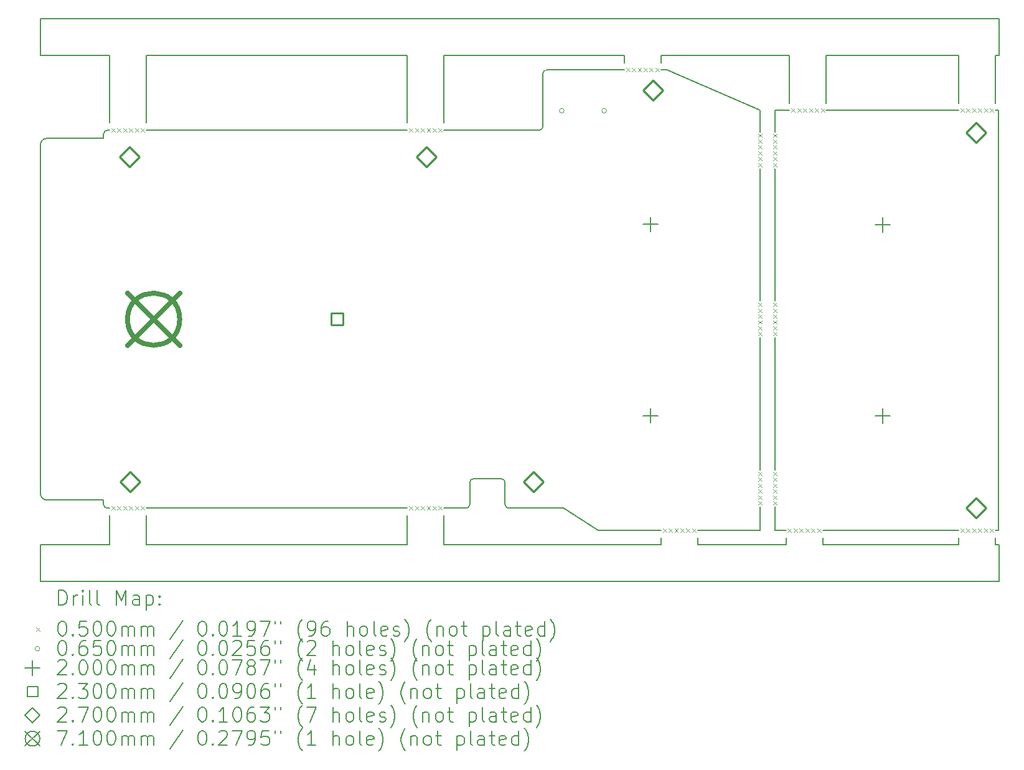
<source format=gbr>
%FSLAX45Y45*%
G04 Gerber Fmt 4.5, Leading zero omitted, Abs format (unit mm)*
G04 Created by KiCad (PCBNEW 6.0.2+dfsg-1) date 2022-11-20 12:03:05*
%MOMM*%
%LPD*%
G01*
G04 APERTURE LIST*
%TA.AperFunction,Profile*%
%ADD10C,0.150000*%
%TD*%
%ADD11C,0.200000*%
%ADD12C,0.050000*%
%ADD13C,0.065000*%
%ADD14C,0.230000*%
%ADD15C,0.270000*%
%ADD16C,0.710000*%
G04 APERTURE END LIST*
D10*
X8440000Y500000D02*
X8440000Y600000D01*
X7110000Y1000000D02*
X6370000Y1000000D01*
X4990000Y900000D02*
X4990000Y500000D01*
X13040000Y500000D02*
X13040000Y0D01*
X6884645Y6960000D02*
G75*
G03*
X6834645Y6910000I0J-50000D01*
G01*
X6320000Y1050000D02*
G75*
G03*
X6370000Y1000000I50000J0D01*
G01*
X5840000Y1050000D02*
X5840000Y1350000D01*
X6784645Y6140000D02*
G75*
G03*
X6834645Y6190000I0J50000D01*
G01*
X8520000Y6960000D02*
X8440000Y6960000D01*
X7940000Y6960000D02*
X6884645Y6960000D01*
X12490000Y6510000D02*
X12490000Y7160000D01*
X8940000Y500000D02*
X8940000Y600000D01*
X9990000Y6410000D02*
X9990000Y6120000D01*
X9990000Y3320000D02*
X9990000Y1520000D01*
X9990000Y5620000D02*
X9990000Y3820000D01*
X9990000Y1020000D02*
X9990000Y700000D01*
X13040000Y7660000D02*
X13040000Y7160000D01*
X5490000Y6240000D02*
X5490000Y7160000D01*
X940000Y900000D02*
X940000Y500000D01*
X10690000Y6510000D02*
X10690000Y7160000D01*
X6270000Y1400000D02*
X5890000Y1400000D01*
X860000Y1110000D02*
X860000Y1050000D01*
X9790000Y6410000D02*
X8520000Y6960000D01*
X940000Y6240000D02*
X940000Y7160000D01*
X90000Y1110000D02*
X860000Y1110000D01*
X12490000Y500000D02*
X12490000Y600000D01*
X860000Y1050000D02*
G75*
G03*
X910000Y1000000I50000J0D01*
G01*
X5790000Y1000000D02*
G75*
G03*
X5840000Y1050000I0J50000D01*
G01*
X7940000Y7060000D02*
X7940000Y7160000D01*
X0Y5940000D02*
X0Y1200000D01*
X12990000Y6510000D02*
X12990000Y7160000D01*
X0Y1200000D02*
G75*
G03*
X90000Y1110000I90000J0D01*
G01*
X5490000Y900000D02*
X5490000Y500000D01*
X0Y7660000D02*
X0Y7160000D01*
X7590000Y700000D02*
X7110000Y1000000D01*
X10140000Y500000D02*
X10140000Y600000D01*
X9790000Y700000D02*
X9790000Y1020000D01*
X9790000Y3820000D02*
X9790000Y5620000D01*
X9790000Y6120000D02*
X9790000Y6410000D01*
X9790000Y1520000D02*
X9790000Y3320000D01*
X6834645Y6190000D02*
X6834645Y6910000D01*
X5890000Y1400000D02*
G75*
G03*
X5840000Y1350000I0J-50000D01*
G01*
X5490000Y7160000D02*
X7940000Y7160000D01*
X12990000Y7160000D02*
X13040000Y7160000D01*
X8440000Y7160000D02*
X10190000Y7160000D01*
X1440000Y7160000D02*
X4990000Y7160000D01*
X10690000Y7160000D02*
X12490000Y7160000D01*
X0Y7160000D02*
X940000Y7160000D01*
X6320000Y1350000D02*
G75*
G03*
X6270000Y1400000I-50000J0D01*
G01*
X6320000Y1050000D02*
X6320000Y1350000D01*
X910000Y6140000D02*
X940000Y6140000D01*
X1440000Y6140000D02*
X4990000Y6140000D01*
X5490000Y6140000D02*
X6784645Y6140000D01*
X1440000Y900000D02*
X1440000Y500000D01*
X910000Y6140000D02*
G75*
G03*
X860000Y6090000I0J-50000D01*
G01*
X1440000Y6240000D02*
X1440000Y7160000D01*
X12990000Y500000D02*
X12990000Y600000D01*
X13035000Y6410000D02*
X12990000Y6410000D01*
X12490000Y6410000D02*
X10690000Y6410000D01*
X10190000Y6410000D02*
X9990000Y6410000D01*
X4990000Y6240000D02*
X4990000Y7160000D01*
X0Y500000D02*
X0Y0D01*
X13035000Y6410000D02*
X13035000Y700000D01*
X9790000Y700000D02*
X8940000Y700000D01*
X8440000Y700000D02*
X7590000Y700000D01*
X10190000Y6510000D02*
X10190000Y7160000D01*
X0Y0D02*
X13040000Y0D01*
X90000Y6030000D02*
G75*
G03*
X0Y5940000I0J-90000D01*
G01*
X8440000Y7060000D02*
X8440000Y7160000D01*
X5490000Y500000D02*
X8440000Y500000D01*
X10640000Y500000D02*
X12490000Y500000D01*
X0Y500000D02*
X940000Y500000D01*
X8940000Y500000D02*
X10140000Y500000D01*
X1440000Y500000D02*
X4990000Y500000D01*
X12990000Y500000D02*
X13040000Y500000D01*
X860000Y6030000D02*
X860000Y6090000D01*
X10640000Y500000D02*
X10640000Y600000D01*
X90000Y6030000D02*
X860000Y6030000D01*
X910000Y1000000D02*
X940000Y1000000D01*
X5490000Y1000000D02*
X5790000Y1000000D01*
X1440000Y1000000D02*
X4990000Y1000000D01*
X13035000Y700000D02*
X12990000Y700000D01*
X10140000Y700000D02*
X9990000Y700000D01*
X12490000Y700000D02*
X10640000Y700000D01*
X0Y7660000D02*
X13040000Y7660000D01*
D11*
D12*
X965000Y6165000D02*
X1015000Y6115000D01*
X1015000Y6165000D02*
X965000Y6115000D01*
X965000Y1025000D02*
X1015000Y975000D01*
X1015000Y1025000D02*
X965000Y975000D01*
X1045000Y6165000D02*
X1095000Y6115000D01*
X1095000Y6165000D02*
X1045000Y6115000D01*
X1045000Y1025000D02*
X1095000Y975000D01*
X1095000Y1025000D02*
X1045000Y975000D01*
X1125000Y6165000D02*
X1175000Y6115000D01*
X1175000Y6165000D02*
X1125000Y6115000D01*
X1125000Y1025000D02*
X1175000Y975000D01*
X1175000Y1025000D02*
X1125000Y975000D01*
X1205000Y6165000D02*
X1255000Y6115000D01*
X1255000Y6165000D02*
X1205000Y6115000D01*
X1205000Y1025000D02*
X1255000Y975000D01*
X1255000Y1025000D02*
X1205000Y975000D01*
X1285000Y6165000D02*
X1335000Y6115000D01*
X1335000Y6165000D02*
X1285000Y6115000D01*
X1285000Y1025000D02*
X1335000Y975000D01*
X1335000Y1025000D02*
X1285000Y975000D01*
X1365000Y6165000D02*
X1415000Y6115000D01*
X1415000Y6165000D02*
X1365000Y6115000D01*
X1365000Y1025000D02*
X1415000Y975000D01*
X1415000Y1025000D02*
X1365000Y975000D01*
X5015000Y6165000D02*
X5065000Y6115000D01*
X5065000Y6165000D02*
X5015000Y6115000D01*
X5015000Y1025000D02*
X5065000Y975000D01*
X5065000Y1025000D02*
X5015000Y975000D01*
X5095000Y6165000D02*
X5145000Y6115000D01*
X5145000Y6165000D02*
X5095000Y6115000D01*
X5095000Y1025000D02*
X5145000Y975000D01*
X5145000Y1025000D02*
X5095000Y975000D01*
X5175000Y6165000D02*
X5225000Y6115000D01*
X5225000Y6165000D02*
X5175000Y6115000D01*
X5175000Y1025000D02*
X5225000Y975000D01*
X5225000Y1025000D02*
X5175000Y975000D01*
X5255000Y6165000D02*
X5305000Y6115000D01*
X5305000Y6165000D02*
X5255000Y6115000D01*
X5255000Y1025000D02*
X5305000Y975000D01*
X5305000Y1025000D02*
X5255000Y975000D01*
X5335000Y6165000D02*
X5385000Y6115000D01*
X5385000Y6165000D02*
X5335000Y6115000D01*
X5335000Y1025000D02*
X5385000Y975000D01*
X5385000Y1025000D02*
X5335000Y975000D01*
X5415000Y6165000D02*
X5465000Y6115000D01*
X5465000Y6165000D02*
X5415000Y6115000D01*
X5415000Y1025000D02*
X5465000Y975000D01*
X5465000Y1025000D02*
X5415000Y975000D01*
X7965000Y6985000D02*
X8015000Y6935000D01*
X8015000Y6985000D02*
X7965000Y6935000D01*
X8045000Y6985000D02*
X8095000Y6935000D01*
X8095000Y6985000D02*
X8045000Y6935000D01*
X8125000Y6985000D02*
X8175000Y6935000D01*
X8175000Y6985000D02*
X8125000Y6935000D01*
X8205000Y6985000D02*
X8255000Y6935000D01*
X8255000Y6985000D02*
X8205000Y6935000D01*
X8285000Y6985000D02*
X8335000Y6935000D01*
X8335000Y6985000D02*
X8285000Y6935000D01*
X8365000Y6985000D02*
X8415000Y6935000D01*
X8415000Y6985000D02*
X8365000Y6935000D01*
X8465000Y725000D02*
X8515000Y675000D01*
X8515000Y725000D02*
X8465000Y675000D01*
X8545000Y725000D02*
X8595000Y675000D01*
X8595000Y725000D02*
X8545000Y675000D01*
X8625000Y725000D02*
X8675000Y675000D01*
X8675000Y725000D02*
X8625000Y675000D01*
X8705000Y725000D02*
X8755000Y675000D01*
X8755000Y725000D02*
X8705000Y675000D01*
X8785000Y725000D02*
X8835000Y675000D01*
X8835000Y725000D02*
X8785000Y675000D01*
X8865000Y725000D02*
X8915000Y675000D01*
X8915000Y725000D02*
X8865000Y675000D01*
X9765000Y6095000D02*
X9815000Y6045000D01*
X9815000Y6095000D02*
X9765000Y6045000D01*
X9765000Y6015000D02*
X9815000Y5965000D01*
X9815000Y6015000D02*
X9765000Y5965000D01*
X9765000Y5935000D02*
X9815000Y5885000D01*
X9815000Y5935000D02*
X9765000Y5885000D01*
X9765000Y5855000D02*
X9815000Y5805000D01*
X9815000Y5855000D02*
X9765000Y5805000D01*
X9765000Y5775000D02*
X9815000Y5725000D01*
X9815000Y5775000D02*
X9765000Y5725000D01*
X9765000Y5695000D02*
X9815000Y5645000D01*
X9815000Y5695000D02*
X9765000Y5645000D01*
X9765000Y3795000D02*
X9815000Y3745000D01*
X9815000Y3795000D02*
X9765000Y3745000D01*
X9765000Y3715000D02*
X9815000Y3665000D01*
X9815000Y3715000D02*
X9765000Y3665000D01*
X9765000Y3635000D02*
X9815000Y3585000D01*
X9815000Y3635000D02*
X9765000Y3585000D01*
X9765000Y3555000D02*
X9815000Y3505000D01*
X9815000Y3555000D02*
X9765000Y3505000D01*
X9765000Y3475000D02*
X9815000Y3425000D01*
X9815000Y3475000D02*
X9765000Y3425000D01*
X9765000Y3395000D02*
X9815000Y3345000D01*
X9815000Y3395000D02*
X9765000Y3345000D01*
X9765000Y1495000D02*
X9815000Y1445000D01*
X9815000Y1495000D02*
X9765000Y1445000D01*
X9765000Y1415000D02*
X9815000Y1365000D01*
X9815000Y1415000D02*
X9765000Y1365000D01*
X9765000Y1335000D02*
X9815000Y1285000D01*
X9815000Y1335000D02*
X9765000Y1285000D01*
X9765000Y1255000D02*
X9815000Y1205000D01*
X9815000Y1255000D02*
X9765000Y1205000D01*
X9765000Y1175000D02*
X9815000Y1125000D01*
X9815000Y1175000D02*
X9765000Y1125000D01*
X9765000Y1095000D02*
X9815000Y1045000D01*
X9815000Y1095000D02*
X9765000Y1045000D01*
X9965000Y6095000D02*
X10015000Y6045000D01*
X10015000Y6095000D02*
X9965000Y6045000D01*
X9965000Y6015000D02*
X10015000Y5965000D01*
X10015000Y6015000D02*
X9965000Y5965000D01*
X9965000Y5935000D02*
X10015000Y5885000D01*
X10015000Y5935000D02*
X9965000Y5885000D01*
X9965000Y5855000D02*
X10015000Y5805000D01*
X10015000Y5855000D02*
X9965000Y5805000D01*
X9965000Y5775000D02*
X10015000Y5725000D01*
X10015000Y5775000D02*
X9965000Y5725000D01*
X9965000Y5695000D02*
X10015000Y5645000D01*
X10015000Y5695000D02*
X9965000Y5645000D01*
X9965000Y3795000D02*
X10015000Y3745000D01*
X10015000Y3795000D02*
X9965000Y3745000D01*
X9965000Y3715000D02*
X10015000Y3665000D01*
X10015000Y3715000D02*
X9965000Y3665000D01*
X9965000Y3635000D02*
X10015000Y3585000D01*
X10015000Y3635000D02*
X9965000Y3585000D01*
X9965000Y3555000D02*
X10015000Y3505000D01*
X10015000Y3555000D02*
X9965000Y3505000D01*
X9965000Y3475000D02*
X10015000Y3425000D01*
X10015000Y3475000D02*
X9965000Y3425000D01*
X9965000Y3395000D02*
X10015000Y3345000D01*
X10015000Y3395000D02*
X9965000Y3345000D01*
X9965000Y1495000D02*
X10015000Y1445000D01*
X10015000Y1495000D02*
X9965000Y1445000D01*
X9965000Y1415000D02*
X10015000Y1365000D01*
X10015000Y1415000D02*
X9965000Y1365000D01*
X9965000Y1335000D02*
X10015000Y1285000D01*
X10015000Y1335000D02*
X9965000Y1285000D01*
X9965000Y1255000D02*
X10015000Y1205000D01*
X10015000Y1255000D02*
X9965000Y1205000D01*
X9965000Y1175000D02*
X10015000Y1125000D01*
X10015000Y1175000D02*
X9965000Y1125000D01*
X9965000Y1095000D02*
X10015000Y1045000D01*
X10015000Y1095000D02*
X9965000Y1045000D01*
X10165000Y725000D02*
X10215000Y675000D01*
X10215000Y725000D02*
X10165000Y675000D01*
X10215000Y6435000D02*
X10265000Y6385000D01*
X10265000Y6435000D02*
X10215000Y6385000D01*
X10245000Y725000D02*
X10295000Y675000D01*
X10295000Y725000D02*
X10245000Y675000D01*
X10295000Y6435000D02*
X10345000Y6385000D01*
X10345000Y6435000D02*
X10295000Y6385000D01*
X10325000Y725000D02*
X10375000Y675000D01*
X10375000Y725000D02*
X10325000Y675000D01*
X10375000Y6435000D02*
X10425000Y6385000D01*
X10425000Y6435000D02*
X10375000Y6385000D01*
X10405000Y725000D02*
X10455000Y675000D01*
X10455000Y725000D02*
X10405000Y675000D01*
X10455000Y6435000D02*
X10505000Y6385000D01*
X10505000Y6435000D02*
X10455000Y6385000D01*
X10485000Y725000D02*
X10535000Y675000D01*
X10535000Y725000D02*
X10485000Y675000D01*
X10535000Y6435000D02*
X10585000Y6385000D01*
X10585000Y6435000D02*
X10535000Y6385000D01*
X10565000Y725000D02*
X10615000Y675000D01*
X10615000Y725000D02*
X10565000Y675000D01*
X10615000Y6435000D02*
X10665000Y6385000D01*
X10665000Y6435000D02*
X10615000Y6385000D01*
X12515000Y6435000D02*
X12565000Y6385000D01*
X12565000Y6435000D02*
X12515000Y6385000D01*
X12515000Y725000D02*
X12565000Y675000D01*
X12565000Y725000D02*
X12515000Y675000D01*
X12595000Y6435000D02*
X12645000Y6385000D01*
X12645000Y6435000D02*
X12595000Y6385000D01*
X12595000Y725000D02*
X12645000Y675000D01*
X12645000Y725000D02*
X12595000Y675000D01*
X12675000Y6435000D02*
X12725000Y6385000D01*
X12725000Y6435000D02*
X12675000Y6385000D01*
X12675000Y725000D02*
X12725000Y675000D01*
X12725000Y725000D02*
X12675000Y675000D01*
X12755000Y6435000D02*
X12805000Y6385000D01*
X12805000Y6435000D02*
X12755000Y6385000D01*
X12755000Y725000D02*
X12805000Y675000D01*
X12805000Y725000D02*
X12755000Y675000D01*
X12835000Y6435000D02*
X12885000Y6385000D01*
X12885000Y6435000D02*
X12835000Y6385000D01*
X12835000Y725000D02*
X12885000Y675000D01*
X12885000Y725000D02*
X12835000Y675000D01*
X12915000Y6435000D02*
X12965000Y6385000D01*
X12965000Y6435000D02*
X12915000Y6385000D01*
X12915000Y725000D02*
X12965000Y675000D01*
X12965000Y725000D02*
X12915000Y675000D01*
D13*
X7123500Y6406000D02*
G75*
G03*
X7123500Y6406000I-32500J0D01*
G01*
X7701500Y6406000D02*
G75*
G03*
X7701500Y6406000I-32500J0D01*
G01*
D11*
X8300000Y4960000D02*
X8300000Y4760000D01*
X8200000Y4860000D02*
X8400000Y4860000D01*
X8300000Y2360000D02*
X8300000Y2160000D01*
X8200000Y2260000D02*
X8400000Y2260000D01*
X11455500Y4955000D02*
X11455500Y4755000D01*
X11355500Y4855000D02*
X11555500Y4855000D01*
X11455500Y2355000D02*
X11455500Y2155000D01*
X11355500Y2255000D02*
X11555500Y2255000D01*
D14*
X4116318Y3488682D02*
X4116318Y3651318D01*
X3953682Y3651318D01*
X3953682Y3488682D01*
X4116318Y3488682D01*
D15*
X1215000Y5645000D02*
X1350000Y5780000D01*
X1215000Y5915000D01*
X1080000Y5780000D01*
X1215000Y5645000D01*
X1220000Y1225000D02*
X1355000Y1360000D01*
X1220000Y1495000D01*
X1085000Y1360000D01*
X1220000Y1225000D01*
X5250000Y5645000D02*
X5385000Y5780000D01*
X5250000Y5915000D01*
X5115000Y5780000D01*
X5250000Y5645000D01*
X6710000Y1225000D02*
X6845000Y1360000D01*
X6710000Y1495000D01*
X6575000Y1360000D01*
X6710000Y1225000D01*
X8330000Y6550000D02*
X8465000Y6685000D01*
X8330000Y6820000D01*
X8195000Y6685000D01*
X8330000Y6550000D01*
X12730000Y5970000D02*
X12865000Y6105000D01*
X12730000Y6240000D01*
X12595000Y6105000D01*
X12730000Y5970000D01*
X12730000Y870000D02*
X12865000Y1005000D01*
X12730000Y1140000D01*
X12595000Y1005000D01*
X12730000Y870000D01*
D16*
X1185000Y3925000D02*
X1895000Y3215000D01*
X1895000Y3925000D02*
X1185000Y3215000D01*
X1895000Y3570000D02*
G75*
G03*
X1895000Y3570000I-355000J0D01*
G01*
D11*
X250119Y-317976D02*
X250119Y-117976D01*
X297738Y-117976D01*
X326310Y-127500D01*
X345357Y-146548D01*
X354881Y-165595D01*
X364405Y-203690D01*
X364405Y-232262D01*
X354881Y-270357D01*
X345357Y-289405D01*
X326310Y-308452D01*
X297738Y-317976D01*
X250119Y-317976D01*
X450119Y-317976D02*
X450119Y-184643D01*
X450119Y-222738D02*
X459643Y-203690D01*
X469167Y-194167D01*
X488214Y-184643D01*
X507262Y-184643D01*
X573929Y-317976D02*
X573929Y-184643D01*
X573929Y-117976D02*
X564405Y-127500D01*
X573929Y-137024D01*
X583452Y-127500D01*
X573929Y-117976D01*
X573929Y-137024D01*
X697738Y-317976D02*
X678690Y-308452D01*
X669167Y-289405D01*
X669167Y-117976D01*
X802500Y-317976D02*
X783452Y-308452D01*
X773928Y-289405D01*
X773928Y-117976D01*
X1031071Y-317976D02*
X1031071Y-117976D01*
X1097738Y-260833D01*
X1164405Y-117976D01*
X1164405Y-317976D01*
X1345357Y-317976D02*
X1345357Y-213214D01*
X1335833Y-194167D01*
X1316786Y-184643D01*
X1278690Y-184643D01*
X1259643Y-194167D01*
X1345357Y-308452D02*
X1326310Y-317976D01*
X1278690Y-317976D01*
X1259643Y-308452D01*
X1250119Y-289405D01*
X1250119Y-270357D01*
X1259643Y-251309D01*
X1278690Y-241786D01*
X1326310Y-241786D01*
X1345357Y-232262D01*
X1440595Y-184643D02*
X1440595Y-384643D01*
X1440595Y-194167D02*
X1459643Y-184643D01*
X1497738Y-184643D01*
X1516786Y-194167D01*
X1526309Y-203690D01*
X1535833Y-222738D01*
X1535833Y-279881D01*
X1526309Y-298929D01*
X1516786Y-308452D01*
X1497738Y-317976D01*
X1459643Y-317976D01*
X1440595Y-308452D01*
X1621548Y-298929D02*
X1631071Y-308452D01*
X1621548Y-317976D01*
X1612024Y-308452D01*
X1621548Y-298929D01*
X1621548Y-317976D01*
X1621548Y-194167D02*
X1631071Y-203690D01*
X1621548Y-213214D01*
X1612024Y-203690D01*
X1621548Y-194167D01*
X1621548Y-213214D01*
D12*
X-57500Y-622500D02*
X-7500Y-672500D01*
X-7500Y-622500D02*
X-57500Y-672500D01*
D11*
X288214Y-537976D02*
X307262Y-537976D01*
X326310Y-547500D01*
X335833Y-557024D01*
X345357Y-576071D01*
X354881Y-614167D01*
X354881Y-661786D01*
X345357Y-699881D01*
X335833Y-718928D01*
X326310Y-728452D01*
X307262Y-737976D01*
X288214Y-737976D01*
X269167Y-728452D01*
X259643Y-718928D01*
X250119Y-699881D01*
X240595Y-661786D01*
X240595Y-614167D01*
X250119Y-576071D01*
X259643Y-557024D01*
X269167Y-547500D01*
X288214Y-537976D01*
X440595Y-718928D02*
X450119Y-728452D01*
X440595Y-737976D01*
X431071Y-728452D01*
X440595Y-718928D01*
X440595Y-737976D01*
X631071Y-537976D02*
X535833Y-537976D01*
X526310Y-633214D01*
X535833Y-623690D01*
X554881Y-614167D01*
X602500Y-614167D01*
X621548Y-623690D01*
X631071Y-633214D01*
X640595Y-652262D01*
X640595Y-699881D01*
X631071Y-718928D01*
X621548Y-728452D01*
X602500Y-737976D01*
X554881Y-737976D01*
X535833Y-728452D01*
X526310Y-718928D01*
X764405Y-537976D02*
X783452Y-537976D01*
X802500Y-547500D01*
X812024Y-557024D01*
X821548Y-576071D01*
X831071Y-614167D01*
X831071Y-661786D01*
X821548Y-699881D01*
X812024Y-718928D01*
X802500Y-728452D01*
X783452Y-737976D01*
X764405Y-737976D01*
X745357Y-728452D01*
X735833Y-718928D01*
X726309Y-699881D01*
X716786Y-661786D01*
X716786Y-614167D01*
X726309Y-576071D01*
X735833Y-557024D01*
X745357Y-547500D01*
X764405Y-537976D01*
X954881Y-537976D02*
X973928Y-537976D01*
X992976Y-547500D01*
X1002500Y-557024D01*
X1012024Y-576071D01*
X1021548Y-614167D01*
X1021548Y-661786D01*
X1012024Y-699881D01*
X1002500Y-718928D01*
X992976Y-728452D01*
X973928Y-737976D01*
X954881Y-737976D01*
X935833Y-728452D01*
X926309Y-718928D01*
X916786Y-699881D01*
X907262Y-661786D01*
X907262Y-614167D01*
X916786Y-576071D01*
X926309Y-557024D01*
X935833Y-547500D01*
X954881Y-537976D01*
X1107262Y-737976D02*
X1107262Y-604643D01*
X1107262Y-623690D02*
X1116786Y-614167D01*
X1135833Y-604643D01*
X1164405Y-604643D01*
X1183452Y-614167D01*
X1192976Y-633214D01*
X1192976Y-737976D01*
X1192976Y-633214D02*
X1202500Y-614167D01*
X1221548Y-604643D01*
X1250119Y-604643D01*
X1269167Y-614167D01*
X1278690Y-633214D01*
X1278690Y-737976D01*
X1373929Y-737976D02*
X1373929Y-604643D01*
X1373929Y-623690D02*
X1383452Y-614167D01*
X1402500Y-604643D01*
X1431071Y-604643D01*
X1450119Y-614167D01*
X1459643Y-633214D01*
X1459643Y-737976D01*
X1459643Y-633214D02*
X1469167Y-614167D01*
X1488214Y-604643D01*
X1516786Y-604643D01*
X1535833Y-614167D01*
X1545357Y-633214D01*
X1545357Y-737976D01*
X1935833Y-528452D02*
X1764405Y-785595D01*
X2192976Y-537976D02*
X2212024Y-537976D01*
X2231071Y-547500D01*
X2240595Y-557024D01*
X2250119Y-576071D01*
X2259643Y-614167D01*
X2259643Y-661786D01*
X2250119Y-699881D01*
X2240595Y-718928D01*
X2231071Y-728452D01*
X2212024Y-737976D01*
X2192976Y-737976D01*
X2173929Y-728452D01*
X2164405Y-718928D01*
X2154881Y-699881D01*
X2145357Y-661786D01*
X2145357Y-614167D01*
X2154881Y-576071D01*
X2164405Y-557024D01*
X2173929Y-547500D01*
X2192976Y-537976D01*
X2345357Y-718928D02*
X2354881Y-728452D01*
X2345357Y-737976D01*
X2335833Y-728452D01*
X2345357Y-718928D01*
X2345357Y-737976D01*
X2478690Y-537976D02*
X2497738Y-537976D01*
X2516786Y-547500D01*
X2526310Y-557024D01*
X2535833Y-576071D01*
X2545357Y-614167D01*
X2545357Y-661786D01*
X2535833Y-699881D01*
X2526310Y-718928D01*
X2516786Y-728452D01*
X2497738Y-737976D01*
X2478690Y-737976D01*
X2459643Y-728452D01*
X2450119Y-718928D01*
X2440595Y-699881D01*
X2431071Y-661786D01*
X2431071Y-614167D01*
X2440595Y-576071D01*
X2450119Y-557024D01*
X2459643Y-547500D01*
X2478690Y-537976D01*
X2735833Y-737976D02*
X2621548Y-737976D01*
X2678690Y-737976D02*
X2678690Y-537976D01*
X2659643Y-566548D01*
X2640595Y-585595D01*
X2621548Y-595119D01*
X2831071Y-737976D02*
X2869167Y-737976D01*
X2888214Y-728452D01*
X2897738Y-718928D01*
X2916786Y-690357D01*
X2926309Y-652262D01*
X2926309Y-576071D01*
X2916786Y-557024D01*
X2907262Y-547500D01*
X2888214Y-537976D01*
X2850119Y-537976D01*
X2831071Y-547500D01*
X2821548Y-557024D01*
X2812024Y-576071D01*
X2812024Y-623690D01*
X2821548Y-642738D01*
X2831071Y-652262D01*
X2850119Y-661786D01*
X2888214Y-661786D01*
X2907262Y-652262D01*
X2916786Y-642738D01*
X2926309Y-623690D01*
X2992976Y-537976D02*
X3126309Y-537976D01*
X3040595Y-737976D01*
X3192976Y-537976D02*
X3192976Y-576071D01*
X3269167Y-537976D02*
X3269167Y-576071D01*
X3564405Y-814167D02*
X3554881Y-804643D01*
X3535833Y-776071D01*
X3526309Y-757024D01*
X3516786Y-728452D01*
X3507262Y-680833D01*
X3507262Y-642738D01*
X3516786Y-595119D01*
X3526309Y-566548D01*
X3535833Y-547500D01*
X3554881Y-518928D01*
X3564405Y-509405D01*
X3650119Y-737976D02*
X3688214Y-737976D01*
X3707262Y-728452D01*
X3716786Y-718928D01*
X3735833Y-690357D01*
X3745357Y-652262D01*
X3745357Y-576071D01*
X3735833Y-557024D01*
X3726309Y-547500D01*
X3707262Y-537976D01*
X3669167Y-537976D01*
X3650119Y-547500D01*
X3640595Y-557024D01*
X3631071Y-576071D01*
X3631071Y-623690D01*
X3640595Y-642738D01*
X3650119Y-652262D01*
X3669167Y-661786D01*
X3707262Y-661786D01*
X3726309Y-652262D01*
X3735833Y-642738D01*
X3745357Y-623690D01*
X3916786Y-537976D02*
X3878690Y-537976D01*
X3859643Y-547500D01*
X3850119Y-557024D01*
X3831071Y-585595D01*
X3821548Y-623690D01*
X3821548Y-699881D01*
X3831071Y-718928D01*
X3840595Y-728452D01*
X3859643Y-737976D01*
X3897738Y-737976D01*
X3916786Y-728452D01*
X3926309Y-718928D01*
X3935833Y-699881D01*
X3935833Y-652262D01*
X3926309Y-633214D01*
X3916786Y-623690D01*
X3897738Y-614167D01*
X3859643Y-614167D01*
X3840595Y-623690D01*
X3831071Y-633214D01*
X3821548Y-652262D01*
X4173928Y-737976D02*
X4173928Y-537976D01*
X4259643Y-737976D02*
X4259643Y-633214D01*
X4250119Y-614167D01*
X4231071Y-604643D01*
X4202500Y-604643D01*
X4183452Y-614167D01*
X4173928Y-623690D01*
X4383452Y-737976D02*
X4364405Y-728452D01*
X4354881Y-718928D01*
X4345357Y-699881D01*
X4345357Y-642738D01*
X4354881Y-623690D01*
X4364405Y-614167D01*
X4383452Y-604643D01*
X4412024Y-604643D01*
X4431071Y-614167D01*
X4440595Y-623690D01*
X4450119Y-642738D01*
X4450119Y-699881D01*
X4440595Y-718928D01*
X4431071Y-728452D01*
X4412024Y-737976D01*
X4383452Y-737976D01*
X4564405Y-737976D02*
X4545357Y-728452D01*
X4535833Y-709405D01*
X4535833Y-537976D01*
X4716786Y-728452D02*
X4697738Y-737976D01*
X4659643Y-737976D01*
X4640595Y-728452D01*
X4631071Y-709405D01*
X4631071Y-633214D01*
X4640595Y-614167D01*
X4659643Y-604643D01*
X4697738Y-604643D01*
X4716786Y-614167D01*
X4726310Y-633214D01*
X4726310Y-652262D01*
X4631071Y-671310D01*
X4802500Y-728452D02*
X4821548Y-737976D01*
X4859643Y-737976D01*
X4878690Y-728452D01*
X4888214Y-709405D01*
X4888214Y-699881D01*
X4878690Y-680833D01*
X4859643Y-671310D01*
X4831071Y-671310D01*
X4812024Y-661786D01*
X4802500Y-642738D01*
X4802500Y-633214D01*
X4812024Y-614167D01*
X4831071Y-604643D01*
X4859643Y-604643D01*
X4878690Y-614167D01*
X4954881Y-814167D02*
X4964405Y-804643D01*
X4983452Y-776071D01*
X4992976Y-757024D01*
X5002500Y-728452D01*
X5012024Y-680833D01*
X5012024Y-642738D01*
X5002500Y-595119D01*
X4992976Y-566548D01*
X4983452Y-547500D01*
X4964405Y-518928D01*
X4954881Y-509405D01*
X5316786Y-814167D02*
X5307262Y-804643D01*
X5288214Y-776071D01*
X5278690Y-757024D01*
X5269167Y-728452D01*
X5259643Y-680833D01*
X5259643Y-642738D01*
X5269167Y-595119D01*
X5278690Y-566548D01*
X5288214Y-547500D01*
X5307262Y-518928D01*
X5316786Y-509405D01*
X5392976Y-604643D02*
X5392976Y-737976D01*
X5392976Y-623690D02*
X5402500Y-614167D01*
X5421548Y-604643D01*
X5450119Y-604643D01*
X5469167Y-614167D01*
X5478690Y-633214D01*
X5478690Y-737976D01*
X5602500Y-737976D02*
X5583452Y-728452D01*
X5573929Y-718928D01*
X5564405Y-699881D01*
X5564405Y-642738D01*
X5573929Y-623690D01*
X5583452Y-614167D01*
X5602500Y-604643D01*
X5631071Y-604643D01*
X5650119Y-614167D01*
X5659643Y-623690D01*
X5669167Y-642738D01*
X5669167Y-699881D01*
X5659643Y-718928D01*
X5650119Y-728452D01*
X5631071Y-737976D01*
X5602500Y-737976D01*
X5726309Y-604643D02*
X5802500Y-604643D01*
X5754881Y-537976D02*
X5754881Y-709405D01*
X5764405Y-728452D01*
X5783452Y-737976D01*
X5802500Y-737976D01*
X6021548Y-604643D02*
X6021548Y-804643D01*
X6021548Y-614167D02*
X6040595Y-604643D01*
X6078690Y-604643D01*
X6097738Y-614167D01*
X6107262Y-623690D01*
X6116786Y-642738D01*
X6116786Y-699881D01*
X6107262Y-718928D01*
X6097738Y-728452D01*
X6078690Y-737976D01*
X6040595Y-737976D01*
X6021548Y-728452D01*
X6231071Y-737976D02*
X6212024Y-728452D01*
X6202500Y-709405D01*
X6202500Y-537976D01*
X6392976Y-737976D02*
X6392976Y-633214D01*
X6383452Y-614167D01*
X6364405Y-604643D01*
X6326309Y-604643D01*
X6307262Y-614167D01*
X6392976Y-728452D02*
X6373928Y-737976D01*
X6326309Y-737976D01*
X6307262Y-728452D01*
X6297738Y-709405D01*
X6297738Y-690357D01*
X6307262Y-671310D01*
X6326309Y-661786D01*
X6373928Y-661786D01*
X6392976Y-652262D01*
X6459643Y-604643D02*
X6535833Y-604643D01*
X6488214Y-537976D02*
X6488214Y-709405D01*
X6497738Y-728452D01*
X6516786Y-737976D01*
X6535833Y-737976D01*
X6678690Y-728452D02*
X6659643Y-737976D01*
X6621548Y-737976D01*
X6602500Y-728452D01*
X6592976Y-709405D01*
X6592976Y-633214D01*
X6602500Y-614167D01*
X6621548Y-604643D01*
X6659643Y-604643D01*
X6678690Y-614167D01*
X6688214Y-633214D01*
X6688214Y-652262D01*
X6592976Y-671310D01*
X6859643Y-737976D02*
X6859643Y-537976D01*
X6859643Y-728452D02*
X6840595Y-737976D01*
X6802500Y-737976D01*
X6783452Y-728452D01*
X6773928Y-718928D01*
X6764405Y-699881D01*
X6764405Y-642738D01*
X6773928Y-623690D01*
X6783452Y-614167D01*
X6802500Y-604643D01*
X6840595Y-604643D01*
X6859643Y-614167D01*
X6935833Y-814167D02*
X6945357Y-804643D01*
X6964405Y-776071D01*
X6973928Y-757024D01*
X6983452Y-728452D01*
X6992976Y-680833D01*
X6992976Y-642738D01*
X6983452Y-595119D01*
X6973928Y-566548D01*
X6964405Y-547500D01*
X6945357Y-518928D01*
X6935833Y-509405D01*
D13*
X-7500Y-911500D02*
G75*
G03*
X-7500Y-911500I-32500J0D01*
G01*
D11*
X288214Y-801976D02*
X307262Y-801976D01*
X326310Y-811500D01*
X335833Y-821024D01*
X345357Y-840071D01*
X354881Y-878167D01*
X354881Y-925786D01*
X345357Y-963881D01*
X335833Y-982928D01*
X326310Y-992452D01*
X307262Y-1001976D01*
X288214Y-1001976D01*
X269167Y-992452D01*
X259643Y-982928D01*
X250119Y-963881D01*
X240595Y-925786D01*
X240595Y-878167D01*
X250119Y-840071D01*
X259643Y-821024D01*
X269167Y-811500D01*
X288214Y-801976D01*
X440595Y-982928D02*
X450119Y-992452D01*
X440595Y-1001976D01*
X431071Y-992452D01*
X440595Y-982928D01*
X440595Y-1001976D01*
X621548Y-801976D02*
X583452Y-801976D01*
X564405Y-811500D01*
X554881Y-821024D01*
X535833Y-849595D01*
X526310Y-887690D01*
X526310Y-963881D01*
X535833Y-982928D01*
X545357Y-992452D01*
X564405Y-1001976D01*
X602500Y-1001976D01*
X621548Y-992452D01*
X631071Y-982928D01*
X640595Y-963881D01*
X640595Y-916262D01*
X631071Y-897214D01*
X621548Y-887690D01*
X602500Y-878167D01*
X564405Y-878167D01*
X545357Y-887690D01*
X535833Y-897214D01*
X526310Y-916262D01*
X821548Y-801976D02*
X726309Y-801976D01*
X716786Y-897214D01*
X726309Y-887690D01*
X745357Y-878167D01*
X792976Y-878167D01*
X812024Y-887690D01*
X821548Y-897214D01*
X831071Y-916262D01*
X831071Y-963881D01*
X821548Y-982928D01*
X812024Y-992452D01*
X792976Y-1001976D01*
X745357Y-1001976D01*
X726309Y-992452D01*
X716786Y-982928D01*
X954881Y-801976D02*
X973928Y-801976D01*
X992976Y-811500D01*
X1002500Y-821024D01*
X1012024Y-840071D01*
X1021548Y-878167D01*
X1021548Y-925786D01*
X1012024Y-963881D01*
X1002500Y-982928D01*
X992976Y-992452D01*
X973928Y-1001976D01*
X954881Y-1001976D01*
X935833Y-992452D01*
X926309Y-982928D01*
X916786Y-963881D01*
X907262Y-925786D01*
X907262Y-878167D01*
X916786Y-840071D01*
X926309Y-821024D01*
X935833Y-811500D01*
X954881Y-801976D01*
X1107262Y-1001976D02*
X1107262Y-868643D01*
X1107262Y-887690D02*
X1116786Y-878167D01*
X1135833Y-868643D01*
X1164405Y-868643D01*
X1183452Y-878167D01*
X1192976Y-897214D01*
X1192976Y-1001976D01*
X1192976Y-897214D02*
X1202500Y-878167D01*
X1221548Y-868643D01*
X1250119Y-868643D01*
X1269167Y-878167D01*
X1278690Y-897214D01*
X1278690Y-1001976D01*
X1373929Y-1001976D02*
X1373929Y-868643D01*
X1373929Y-887690D02*
X1383452Y-878167D01*
X1402500Y-868643D01*
X1431071Y-868643D01*
X1450119Y-878167D01*
X1459643Y-897214D01*
X1459643Y-1001976D01*
X1459643Y-897214D02*
X1469167Y-878167D01*
X1488214Y-868643D01*
X1516786Y-868643D01*
X1535833Y-878167D01*
X1545357Y-897214D01*
X1545357Y-1001976D01*
X1935833Y-792452D02*
X1764405Y-1049595D01*
X2192976Y-801976D02*
X2212024Y-801976D01*
X2231071Y-811500D01*
X2240595Y-821024D01*
X2250119Y-840071D01*
X2259643Y-878167D01*
X2259643Y-925786D01*
X2250119Y-963881D01*
X2240595Y-982928D01*
X2231071Y-992452D01*
X2212024Y-1001976D01*
X2192976Y-1001976D01*
X2173929Y-992452D01*
X2164405Y-982928D01*
X2154881Y-963881D01*
X2145357Y-925786D01*
X2145357Y-878167D01*
X2154881Y-840071D01*
X2164405Y-821024D01*
X2173929Y-811500D01*
X2192976Y-801976D01*
X2345357Y-982928D02*
X2354881Y-992452D01*
X2345357Y-1001976D01*
X2335833Y-992452D01*
X2345357Y-982928D01*
X2345357Y-1001976D01*
X2478690Y-801976D02*
X2497738Y-801976D01*
X2516786Y-811500D01*
X2526310Y-821024D01*
X2535833Y-840071D01*
X2545357Y-878167D01*
X2545357Y-925786D01*
X2535833Y-963881D01*
X2526310Y-982928D01*
X2516786Y-992452D01*
X2497738Y-1001976D01*
X2478690Y-1001976D01*
X2459643Y-992452D01*
X2450119Y-982928D01*
X2440595Y-963881D01*
X2431071Y-925786D01*
X2431071Y-878167D01*
X2440595Y-840071D01*
X2450119Y-821024D01*
X2459643Y-811500D01*
X2478690Y-801976D01*
X2621548Y-821024D02*
X2631071Y-811500D01*
X2650119Y-801976D01*
X2697738Y-801976D01*
X2716786Y-811500D01*
X2726310Y-821024D01*
X2735833Y-840071D01*
X2735833Y-859119D01*
X2726310Y-887690D01*
X2612024Y-1001976D01*
X2735833Y-1001976D01*
X2916786Y-801976D02*
X2821548Y-801976D01*
X2812024Y-897214D01*
X2821548Y-887690D01*
X2840595Y-878167D01*
X2888214Y-878167D01*
X2907262Y-887690D01*
X2916786Y-897214D01*
X2926309Y-916262D01*
X2926309Y-963881D01*
X2916786Y-982928D01*
X2907262Y-992452D01*
X2888214Y-1001976D01*
X2840595Y-1001976D01*
X2821548Y-992452D01*
X2812024Y-982928D01*
X3097738Y-801976D02*
X3059643Y-801976D01*
X3040595Y-811500D01*
X3031071Y-821024D01*
X3012024Y-849595D01*
X3002500Y-887690D01*
X3002500Y-963881D01*
X3012024Y-982928D01*
X3021548Y-992452D01*
X3040595Y-1001976D01*
X3078690Y-1001976D01*
X3097738Y-992452D01*
X3107262Y-982928D01*
X3116786Y-963881D01*
X3116786Y-916262D01*
X3107262Y-897214D01*
X3097738Y-887690D01*
X3078690Y-878167D01*
X3040595Y-878167D01*
X3021548Y-887690D01*
X3012024Y-897214D01*
X3002500Y-916262D01*
X3192976Y-801976D02*
X3192976Y-840071D01*
X3269167Y-801976D02*
X3269167Y-840071D01*
X3564405Y-1078167D02*
X3554881Y-1068643D01*
X3535833Y-1040071D01*
X3526309Y-1021024D01*
X3516786Y-992452D01*
X3507262Y-944833D01*
X3507262Y-906738D01*
X3516786Y-859119D01*
X3526309Y-830548D01*
X3535833Y-811500D01*
X3554881Y-782928D01*
X3564405Y-773405D01*
X3631071Y-821024D02*
X3640595Y-811500D01*
X3659643Y-801976D01*
X3707262Y-801976D01*
X3726309Y-811500D01*
X3735833Y-821024D01*
X3745357Y-840071D01*
X3745357Y-859119D01*
X3735833Y-887690D01*
X3621548Y-1001976D01*
X3745357Y-1001976D01*
X3983452Y-1001976D02*
X3983452Y-801976D01*
X4069167Y-1001976D02*
X4069167Y-897214D01*
X4059643Y-878167D01*
X4040595Y-868643D01*
X4012024Y-868643D01*
X3992976Y-878167D01*
X3983452Y-887690D01*
X4192976Y-1001976D02*
X4173928Y-992452D01*
X4164405Y-982928D01*
X4154881Y-963881D01*
X4154881Y-906738D01*
X4164405Y-887690D01*
X4173928Y-878167D01*
X4192976Y-868643D01*
X4221548Y-868643D01*
X4240595Y-878167D01*
X4250119Y-887690D01*
X4259643Y-906738D01*
X4259643Y-963881D01*
X4250119Y-982928D01*
X4240595Y-992452D01*
X4221548Y-1001976D01*
X4192976Y-1001976D01*
X4373929Y-1001976D02*
X4354881Y-992452D01*
X4345357Y-973405D01*
X4345357Y-801976D01*
X4526310Y-992452D02*
X4507262Y-1001976D01*
X4469167Y-1001976D01*
X4450119Y-992452D01*
X4440595Y-973405D01*
X4440595Y-897214D01*
X4450119Y-878167D01*
X4469167Y-868643D01*
X4507262Y-868643D01*
X4526310Y-878167D01*
X4535833Y-897214D01*
X4535833Y-916262D01*
X4440595Y-935309D01*
X4612024Y-992452D02*
X4631071Y-1001976D01*
X4669167Y-1001976D01*
X4688214Y-992452D01*
X4697738Y-973405D01*
X4697738Y-963881D01*
X4688214Y-944833D01*
X4669167Y-935309D01*
X4640595Y-935309D01*
X4621548Y-925786D01*
X4612024Y-906738D01*
X4612024Y-897214D01*
X4621548Y-878167D01*
X4640595Y-868643D01*
X4669167Y-868643D01*
X4688214Y-878167D01*
X4764405Y-1078167D02*
X4773929Y-1068643D01*
X4792976Y-1040071D01*
X4802500Y-1021024D01*
X4812024Y-992452D01*
X4821548Y-944833D01*
X4821548Y-906738D01*
X4812024Y-859119D01*
X4802500Y-830548D01*
X4792976Y-811500D01*
X4773929Y-782928D01*
X4764405Y-773405D01*
X5126310Y-1078167D02*
X5116786Y-1068643D01*
X5097738Y-1040071D01*
X5088214Y-1021024D01*
X5078690Y-992452D01*
X5069167Y-944833D01*
X5069167Y-906738D01*
X5078690Y-859119D01*
X5088214Y-830548D01*
X5097738Y-811500D01*
X5116786Y-782928D01*
X5126310Y-773405D01*
X5202500Y-868643D02*
X5202500Y-1001976D01*
X5202500Y-887690D02*
X5212024Y-878167D01*
X5231071Y-868643D01*
X5259643Y-868643D01*
X5278690Y-878167D01*
X5288214Y-897214D01*
X5288214Y-1001976D01*
X5412024Y-1001976D02*
X5392976Y-992452D01*
X5383452Y-982928D01*
X5373929Y-963881D01*
X5373929Y-906738D01*
X5383452Y-887690D01*
X5392976Y-878167D01*
X5412024Y-868643D01*
X5440595Y-868643D01*
X5459643Y-878167D01*
X5469167Y-887690D01*
X5478690Y-906738D01*
X5478690Y-963881D01*
X5469167Y-982928D01*
X5459643Y-992452D01*
X5440595Y-1001976D01*
X5412024Y-1001976D01*
X5535833Y-868643D02*
X5612024Y-868643D01*
X5564405Y-801976D02*
X5564405Y-973405D01*
X5573929Y-992452D01*
X5592976Y-1001976D01*
X5612024Y-1001976D01*
X5831071Y-868643D02*
X5831071Y-1068643D01*
X5831071Y-878167D02*
X5850119Y-868643D01*
X5888214Y-868643D01*
X5907262Y-878167D01*
X5916786Y-887690D01*
X5926309Y-906738D01*
X5926309Y-963881D01*
X5916786Y-982928D01*
X5907262Y-992452D01*
X5888214Y-1001976D01*
X5850119Y-1001976D01*
X5831071Y-992452D01*
X6040595Y-1001976D02*
X6021548Y-992452D01*
X6012024Y-973405D01*
X6012024Y-801976D01*
X6202500Y-1001976D02*
X6202500Y-897214D01*
X6192976Y-878167D01*
X6173928Y-868643D01*
X6135833Y-868643D01*
X6116786Y-878167D01*
X6202500Y-992452D02*
X6183452Y-1001976D01*
X6135833Y-1001976D01*
X6116786Y-992452D01*
X6107262Y-973405D01*
X6107262Y-954357D01*
X6116786Y-935309D01*
X6135833Y-925786D01*
X6183452Y-925786D01*
X6202500Y-916262D01*
X6269167Y-868643D02*
X6345357Y-868643D01*
X6297738Y-801976D02*
X6297738Y-973405D01*
X6307262Y-992452D01*
X6326309Y-1001976D01*
X6345357Y-1001976D01*
X6488214Y-992452D02*
X6469167Y-1001976D01*
X6431071Y-1001976D01*
X6412024Y-992452D01*
X6402500Y-973405D01*
X6402500Y-897214D01*
X6412024Y-878167D01*
X6431071Y-868643D01*
X6469167Y-868643D01*
X6488214Y-878167D01*
X6497738Y-897214D01*
X6497738Y-916262D01*
X6402500Y-935309D01*
X6669167Y-1001976D02*
X6669167Y-801976D01*
X6669167Y-992452D02*
X6650119Y-1001976D01*
X6612024Y-1001976D01*
X6592976Y-992452D01*
X6583452Y-982928D01*
X6573928Y-963881D01*
X6573928Y-906738D01*
X6583452Y-887690D01*
X6592976Y-878167D01*
X6612024Y-868643D01*
X6650119Y-868643D01*
X6669167Y-878167D01*
X6745357Y-1078167D02*
X6754881Y-1068643D01*
X6773928Y-1040071D01*
X6783452Y-1021024D01*
X6792976Y-992452D01*
X6802500Y-944833D01*
X6802500Y-906738D01*
X6792976Y-859119D01*
X6783452Y-830548D01*
X6773928Y-811500D01*
X6754881Y-782928D01*
X6745357Y-773405D01*
X-107500Y-1075500D02*
X-107500Y-1275500D01*
X-207500Y-1175500D02*
X-7500Y-1175500D01*
X240595Y-1085024D02*
X250119Y-1075500D01*
X269167Y-1065976D01*
X316786Y-1065976D01*
X335833Y-1075500D01*
X345357Y-1085024D01*
X354881Y-1104071D01*
X354881Y-1123119D01*
X345357Y-1151690D01*
X231071Y-1265976D01*
X354881Y-1265976D01*
X440595Y-1246929D02*
X450119Y-1256452D01*
X440595Y-1265976D01*
X431071Y-1256452D01*
X440595Y-1246929D01*
X440595Y-1265976D01*
X573929Y-1065976D02*
X592976Y-1065976D01*
X612024Y-1075500D01*
X621548Y-1085024D01*
X631071Y-1104071D01*
X640595Y-1142167D01*
X640595Y-1189786D01*
X631071Y-1227881D01*
X621548Y-1246929D01*
X612024Y-1256452D01*
X592976Y-1265976D01*
X573929Y-1265976D01*
X554881Y-1256452D01*
X545357Y-1246929D01*
X535833Y-1227881D01*
X526310Y-1189786D01*
X526310Y-1142167D01*
X535833Y-1104071D01*
X545357Y-1085024D01*
X554881Y-1075500D01*
X573929Y-1065976D01*
X764405Y-1065976D02*
X783452Y-1065976D01*
X802500Y-1075500D01*
X812024Y-1085024D01*
X821548Y-1104071D01*
X831071Y-1142167D01*
X831071Y-1189786D01*
X821548Y-1227881D01*
X812024Y-1246929D01*
X802500Y-1256452D01*
X783452Y-1265976D01*
X764405Y-1265976D01*
X745357Y-1256452D01*
X735833Y-1246929D01*
X726309Y-1227881D01*
X716786Y-1189786D01*
X716786Y-1142167D01*
X726309Y-1104071D01*
X735833Y-1085024D01*
X745357Y-1075500D01*
X764405Y-1065976D01*
X954881Y-1065976D02*
X973928Y-1065976D01*
X992976Y-1075500D01*
X1002500Y-1085024D01*
X1012024Y-1104071D01*
X1021548Y-1142167D01*
X1021548Y-1189786D01*
X1012024Y-1227881D01*
X1002500Y-1246929D01*
X992976Y-1256452D01*
X973928Y-1265976D01*
X954881Y-1265976D01*
X935833Y-1256452D01*
X926309Y-1246929D01*
X916786Y-1227881D01*
X907262Y-1189786D01*
X907262Y-1142167D01*
X916786Y-1104071D01*
X926309Y-1085024D01*
X935833Y-1075500D01*
X954881Y-1065976D01*
X1107262Y-1265976D02*
X1107262Y-1132643D01*
X1107262Y-1151690D02*
X1116786Y-1142167D01*
X1135833Y-1132643D01*
X1164405Y-1132643D01*
X1183452Y-1142167D01*
X1192976Y-1161214D01*
X1192976Y-1265976D01*
X1192976Y-1161214D02*
X1202500Y-1142167D01*
X1221548Y-1132643D01*
X1250119Y-1132643D01*
X1269167Y-1142167D01*
X1278690Y-1161214D01*
X1278690Y-1265976D01*
X1373929Y-1265976D02*
X1373929Y-1132643D01*
X1373929Y-1151690D02*
X1383452Y-1142167D01*
X1402500Y-1132643D01*
X1431071Y-1132643D01*
X1450119Y-1142167D01*
X1459643Y-1161214D01*
X1459643Y-1265976D01*
X1459643Y-1161214D02*
X1469167Y-1142167D01*
X1488214Y-1132643D01*
X1516786Y-1132643D01*
X1535833Y-1142167D01*
X1545357Y-1161214D01*
X1545357Y-1265976D01*
X1935833Y-1056452D02*
X1764405Y-1313595D01*
X2192976Y-1065976D02*
X2212024Y-1065976D01*
X2231071Y-1075500D01*
X2240595Y-1085024D01*
X2250119Y-1104071D01*
X2259643Y-1142167D01*
X2259643Y-1189786D01*
X2250119Y-1227881D01*
X2240595Y-1246929D01*
X2231071Y-1256452D01*
X2212024Y-1265976D01*
X2192976Y-1265976D01*
X2173929Y-1256452D01*
X2164405Y-1246929D01*
X2154881Y-1227881D01*
X2145357Y-1189786D01*
X2145357Y-1142167D01*
X2154881Y-1104071D01*
X2164405Y-1085024D01*
X2173929Y-1075500D01*
X2192976Y-1065976D01*
X2345357Y-1246929D02*
X2354881Y-1256452D01*
X2345357Y-1265976D01*
X2335833Y-1256452D01*
X2345357Y-1246929D01*
X2345357Y-1265976D01*
X2478690Y-1065976D02*
X2497738Y-1065976D01*
X2516786Y-1075500D01*
X2526310Y-1085024D01*
X2535833Y-1104071D01*
X2545357Y-1142167D01*
X2545357Y-1189786D01*
X2535833Y-1227881D01*
X2526310Y-1246929D01*
X2516786Y-1256452D01*
X2497738Y-1265976D01*
X2478690Y-1265976D01*
X2459643Y-1256452D01*
X2450119Y-1246929D01*
X2440595Y-1227881D01*
X2431071Y-1189786D01*
X2431071Y-1142167D01*
X2440595Y-1104071D01*
X2450119Y-1085024D01*
X2459643Y-1075500D01*
X2478690Y-1065976D01*
X2612024Y-1065976D02*
X2745357Y-1065976D01*
X2659643Y-1265976D01*
X2850119Y-1151690D02*
X2831071Y-1142167D01*
X2821548Y-1132643D01*
X2812024Y-1113595D01*
X2812024Y-1104071D01*
X2821548Y-1085024D01*
X2831071Y-1075500D01*
X2850119Y-1065976D01*
X2888214Y-1065976D01*
X2907262Y-1075500D01*
X2916786Y-1085024D01*
X2926309Y-1104071D01*
X2926309Y-1113595D01*
X2916786Y-1132643D01*
X2907262Y-1142167D01*
X2888214Y-1151690D01*
X2850119Y-1151690D01*
X2831071Y-1161214D01*
X2821548Y-1170738D01*
X2812024Y-1189786D01*
X2812024Y-1227881D01*
X2821548Y-1246929D01*
X2831071Y-1256452D01*
X2850119Y-1265976D01*
X2888214Y-1265976D01*
X2907262Y-1256452D01*
X2916786Y-1246929D01*
X2926309Y-1227881D01*
X2926309Y-1189786D01*
X2916786Y-1170738D01*
X2907262Y-1161214D01*
X2888214Y-1151690D01*
X2992976Y-1065976D02*
X3126309Y-1065976D01*
X3040595Y-1265976D01*
X3192976Y-1065976D02*
X3192976Y-1104071D01*
X3269167Y-1065976D02*
X3269167Y-1104071D01*
X3564405Y-1342167D02*
X3554881Y-1332643D01*
X3535833Y-1304071D01*
X3526309Y-1285024D01*
X3516786Y-1256452D01*
X3507262Y-1208833D01*
X3507262Y-1170738D01*
X3516786Y-1123119D01*
X3526309Y-1094548D01*
X3535833Y-1075500D01*
X3554881Y-1046928D01*
X3564405Y-1037405D01*
X3726309Y-1132643D02*
X3726309Y-1265976D01*
X3678690Y-1056452D02*
X3631071Y-1199310D01*
X3754881Y-1199310D01*
X3983452Y-1265976D02*
X3983452Y-1065976D01*
X4069167Y-1265976D02*
X4069167Y-1161214D01*
X4059643Y-1142167D01*
X4040595Y-1132643D01*
X4012024Y-1132643D01*
X3992976Y-1142167D01*
X3983452Y-1151690D01*
X4192976Y-1265976D02*
X4173928Y-1256452D01*
X4164405Y-1246929D01*
X4154881Y-1227881D01*
X4154881Y-1170738D01*
X4164405Y-1151690D01*
X4173928Y-1142167D01*
X4192976Y-1132643D01*
X4221548Y-1132643D01*
X4240595Y-1142167D01*
X4250119Y-1151690D01*
X4259643Y-1170738D01*
X4259643Y-1227881D01*
X4250119Y-1246929D01*
X4240595Y-1256452D01*
X4221548Y-1265976D01*
X4192976Y-1265976D01*
X4373929Y-1265976D02*
X4354881Y-1256452D01*
X4345357Y-1237405D01*
X4345357Y-1065976D01*
X4526310Y-1256452D02*
X4507262Y-1265976D01*
X4469167Y-1265976D01*
X4450119Y-1256452D01*
X4440595Y-1237405D01*
X4440595Y-1161214D01*
X4450119Y-1142167D01*
X4469167Y-1132643D01*
X4507262Y-1132643D01*
X4526310Y-1142167D01*
X4535833Y-1161214D01*
X4535833Y-1180262D01*
X4440595Y-1199310D01*
X4612024Y-1256452D02*
X4631071Y-1265976D01*
X4669167Y-1265976D01*
X4688214Y-1256452D01*
X4697738Y-1237405D01*
X4697738Y-1227881D01*
X4688214Y-1208833D01*
X4669167Y-1199310D01*
X4640595Y-1199310D01*
X4621548Y-1189786D01*
X4612024Y-1170738D01*
X4612024Y-1161214D01*
X4621548Y-1142167D01*
X4640595Y-1132643D01*
X4669167Y-1132643D01*
X4688214Y-1142167D01*
X4764405Y-1342167D02*
X4773929Y-1332643D01*
X4792976Y-1304071D01*
X4802500Y-1285024D01*
X4812024Y-1256452D01*
X4821548Y-1208833D01*
X4821548Y-1170738D01*
X4812024Y-1123119D01*
X4802500Y-1094548D01*
X4792976Y-1075500D01*
X4773929Y-1046928D01*
X4764405Y-1037405D01*
X5126310Y-1342167D02*
X5116786Y-1332643D01*
X5097738Y-1304071D01*
X5088214Y-1285024D01*
X5078690Y-1256452D01*
X5069167Y-1208833D01*
X5069167Y-1170738D01*
X5078690Y-1123119D01*
X5088214Y-1094548D01*
X5097738Y-1075500D01*
X5116786Y-1046928D01*
X5126310Y-1037405D01*
X5202500Y-1132643D02*
X5202500Y-1265976D01*
X5202500Y-1151690D02*
X5212024Y-1142167D01*
X5231071Y-1132643D01*
X5259643Y-1132643D01*
X5278690Y-1142167D01*
X5288214Y-1161214D01*
X5288214Y-1265976D01*
X5412024Y-1265976D02*
X5392976Y-1256452D01*
X5383452Y-1246929D01*
X5373929Y-1227881D01*
X5373929Y-1170738D01*
X5383452Y-1151690D01*
X5392976Y-1142167D01*
X5412024Y-1132643D01*
X5440595Y-1132643D01*
X5459643Y-1142167D01*
X5469167Y-1151690D01*
X5478690Y-1170738D01*
X5478690Y-1227881D01*
X5469167Y-1246929D01*
X5459643Y-1256452D01*
X5440595Y-1265976D01*
X5412024Y-1265976D01*
X5535833Y-1132643D02*
X5612024Y-1132643D01*
X5564405Y-1065976D02*
X5564405Y-1237405D01*
X5573929Y-1256452D01*
X5592976Y-1265976D01*
X5612024Y-1265976D01*
X5831071Y-1132643D02*
X5831071Y-1332643D01*
X5831071Y-1142167D02*
X5850119Y-1132643D01*
X5888214Y-1132643D01*
X5907262Y-1142167D01*
X5916786Y-1151690D01*
X5926309Y-1170738D01*
X5926309Y-1227881D01*
X5916786Y-1246929D01*
X5907262Y-1256452D01*
X5888214Y-1265976D01*
X5850119Y-1265976D01*
X5831071Y-1256452D01*
X6040595Y-1265976D02*
X6021548Y-1256452D01*
X6012024Y-1237405D01*
X6012024Y-1065976D01*
X6202500Y-1265976D02*
X6202500Y-1161214D01*
X6192976Y-1142167D01*
X6173928Y-1132643D01*
X6135833Y-1132643D01*
X6116786Y-1142167D01*
X6202500Y-1256452D02*
X6183452Y-1265976D01*
X6135833Y-1265976D01*
X6116786Y-1256452D01*
X6107262Y-1237405D01*
X6107262Y-1218357D01*
X6116786Y-1199310D01*
X6135833Y-1189786D01*
X6183452Y-1189786D01*
X6202500Y-1180262D01*
X6269167Y-1132643D02*
X6345357Y-1132643D01*
X6297738Y-1065976D02*
X6297738Y-1237405D01*
X6307262Y-1256452D01*
X6326309Y-1265976D01*
X6345357Y-1265976D01*
X6488214Y-1256452D02*
X6469167Y-1265976D01*
X6431071Y-1265976D01*
X6412024Y-1256452D01*
X6402500Y-1237405D01*
X6402500Y-1161214D01*
X6412024Y-1142167D01*
X6431071Y-1132643D01*
X6469167Y-1132643D01*
X6488214Y-1142167D01*
X6497738Y-1161214D01*
X6497738Y-1180262D01*
X6402500Y-1199310D01*
X6669167Y-1265976D02*
X6669167Y-1065976D01*
X6669167Y-1256452D02*
X6650119Y-1265976D01*
X6612024Y-1265976D01*
X6592976Y-1256452D01*
X6583452Y-1246929D01*
X6573928Y-1227881D01*
X6573928Y-1170738D01*
X6583452Y-1151690D01*
X6592976Y-1142167D01*
X6612024Y-1132643D01*
X6650119Y-1132643D01*
X6669167Y-1142167D01*
X6745357Y-1342167D02*
X6754881Y-1332643D01*
X6773928Y-1304071D01*
X6783452Y-1285024D01*
X6792976Y-1256452D01*
X6802500Y-1208833D01*
X6802500Y-1170738D01*
X6792976Y-1123119D01*
X6783452Y-1094548D01*
X6773928Y-1075500D01*
X6754881Y-1046928D01*
X6745357Y-1037405D01*
X-36789Y-1566211D02*
X-36789Y-1424789D01*
X-178211Y-1424789D01*
X-178211Y-1566211D01*
X-36789Y-1566211D01*
X240595Y-1405024D02*
X250119Y-1395500D01*
X269167Y-1385976D01*
X316786Y-1385976D01*
X335833Y-1395500D01*
X345357Y-1405024D01*
X354881Y-1424071D01*
X354881Y-1443119D01*
X345357Y-1471690D01*
X231071Y-1585976D01*
X354881Y-1585976D01*
X440595Y-1566928D02*
X450119Y-1576452D01*
X440595Y-1585976D01*
X431071Y-1576452D01*
X440595Y-1566928D01*
X440595Y-1585976D01*
X516786Y-1385976D02*
X640595Y-1385976D01*
X573929Y-1462167D01*
X602500Y-1462167D01*
X621548Y-1471690D01*
X631071Y-1481214D01*
X640595Y-1500262D01*
X640595Y-1547881D01*
X631071Y-1566928D01*
X621548Y-1576452D01*
X602500Y-1585976D01*
X545357Y-1585976D01*
X526310Y-1576452D01*
X516786Y-1566928D01*
X764405Y-1385976D02*
X783452Y-1385976D01*
X802500Y-1395500D01*
X812024Y-1405024D01*
X821548Y-1424071D01*
X831071Y-1462167D01*
X831071Y-1509786D01*
X821548Y-1547881D01*
X812024Y-1566928D01*
X802500Y-1576452D01*
X783452Y-1585976D01*
X764405Y-1585976D01*
X745357Y-1576452D01*
X735833Y-1566928D01*
X726309Y-1547881D01*
X716786Y-1509786D01*
X716786Y-1462167D01*
X726309Y-1424071D01*
X735833Y-1405024D01*
X745357Y-1395500D01*
X764405Y-1385976D01*
X954881Y-1385976D02*
X973928Y-1385976D01*
X992976Y-1395500D01*
X1002500Y-1405024D01*
X1012024Y-1424071D01*
X1021548Y-1462167D01*
X1021548Y-1509786D01*
X1012024Y-1547881D01*
X1002500Y-1566928D01*
X992976Y-1576452D01*
X973928Y-1585976D01*
X954881Y-1585976D01*
X935833Y-1576452D01*
X926309Y-1566928D01*
X916786Y-1547881D01*
X907262Y-1509786D01*
X907262Y-1462167D01*
X916786Y-1424071D01*
X926309Y-1405024D01*
X935833Y-1395500D01*
X954881Y-1385976D01*
X1107262Y-1585976D02*
X1107262Y-1452643D01*
X1107262Y-1471690D02*
X1116786Y-1462167D01*
X1135833Y-1452643D01*
X1164405Y-1452643D01*
X1183452Y-1462167D01*
X1192976Y-1481214D01*
X1192976Y-1585976D01*
X1192976Y-1481214D02*
X1202500Y-1462167D01*
X1221548Y-1452643D01*
X1250119Y-1452643D01*
X1269167Y-1462167D01*
X1278690Y-1481214D01*
X1278690Y-1585976D01*
X1373929Y-1585976D02*
X1373929Y-1452643D01*
X1373929Y-1471690D02*
X1383452Y-1462167D01*
X1402500Y-1452643D01*
X1431071Y-1452643D01*
X1450119Y-1462167D01*
X1459643Y-1481214D01*
X1459643Y-1585976D01*
X1459643Y-1481214D02*
X1469167Y-1462167D01*
X1488214Y-1452643D01*
X1516786Y-1452643D01*
X1535833Y-1462167D01*
X1545357Y-1481214D01*
X1545357Y-1585976D01*
X1935833Y-1376452D02*
X1764405Y-1633595D01*
X2192976Y-1385976D02*
X2212024Y-1385976D01*
X2231071Y-1395500D01*
X2240595Y-1405024D01*
X2250119Y-1424071D01*
X2259643Y-1462167D01*
X2259643Y-1509786D01*
X2250119Y-1547881D01*
X2240595Y-1566928D01*
X2231071Y-1576452D01*
X2212024Y-1585976D01*
X2192976Y-1585976D01*
X2173929Y-1576452D01*
X2164405Y-1566928D01*
X2154881Y-1547881D01*
X2145357Y-1509786D01*
X2145357Y-1462167D01*
X2154881Y-1424071D01*
X2164405Y-1405024D01*
X2173929Y-1395500D01*
X2192976Y-1385976D01*
X2345357Y-1566928D02*
X2354881Y-1576452D01*
X2345357Y-1585976D01*
X2335833Y-1576452D01*
X2345357Y-1566928D01*
X2345357Y-1585976D01*
X2478690Y-1385976D02*
X2497738Y-1385976D01*
X2516786Y-1395500D01*
X2526310Y-1405024D01*
X2535833Y-1424071D01*
X2545357Y-1462167D01*
X2545357Y-1509786D01*
X2535833Y-1547881D01*
X2526310Y-1566928D01*
X2516786Y-1576452D01*
X2497738Y-1585976D01*
X2478690Y-1585976D01*
X2459643Y-1576452D01*
X2450119Y-1566928D01*
X2440595Y-1547881D01*
X2431071Y-1509786D01*
X2431071Y-1462167D01*
X2440595Y-1424071D01*
X2450119Y-1405024D01*
X2459643Y-1395500D01*
X2478690Y-1385976D01*
X2640595Y-1585976D02*
X2678690Y-1585976D01*
X2697738Y-1576452D01*
X2707262Y-1566928D01*
X2726310Y-1538357D01*
X2735833Y-1500262D01*
X2735833Y-1424071D01*
X2726310Y-1405024D01*
X2716786Y-1395500D01*
X2697738Y-1385976D01*
X2659643Y-1385976D01*
X2640595Y-1395500D01*
X2631071Y-1405024D01*
X2621548Y-1424071D01*
X2621548Y-1471690D01*
X2631071Y-1490738D01*
X2640595Y-1500262D01*
X2659643Y-1509786D01*
X2697738Y-1509786D01*
X2716786Y-1500262D01*
X2726310Y-1490738D01*
X2735833Y-1471690D01*
X2859643Y-1385976D02*
X2878690Y-1385976D01*
X2897738Y-1395500D01*
X2907262Y-1405024D01*
X2916786Y-1424071D01*
X2926309Y-1462167D01*
X2926309Y-1509786D01*
X2916786Y-1547881D01*
X2907262Y-1566928D01*
X2897738Y-1576452D01*
X2878690Y-1585976D01*
X2859643Y-1585976D01*
X2840595Y-1576452D01*
X2831071Y-1566928D01*
X2821548Y-1547881D01*
X2812024Y-1509786D01*
X2812024Y-1462167D01*
X2821548Y-1424071D01*
X2831071Y-1405024D01*
X2840595Y-1395500D01*
X2859643Y-1385976D01*
X3097738Y-1385976D02*
X3059643Y-1385976D01*
X3040595Y-1395500D01*
X3031071Y-1405024D01*
X3012024Y-1433595D01*
X3002500Y-1471690D01*
X3002500Y-1547881D01*
X3012024Y-1566928D01*
X3021548Y-1576452D01*
X3040595Y-1585976D01*
X3078690Y-1585976D01*
X3097738Y-1576452D01*
X3107262Y-1566928D01*
X3116786Y-1547881D01*
X3116786Y-1500262D01*
X3107262Y-1481214D01*
X3097738Y-1471690D01*
X3078690Y-1462167D01*
X3040595Y-1462167D01*
X3021548Y-1471690D01*
X3012024Y-1481214D01*
X3002500Y-1500262D01*
X3192976Y-1385976D02*
X3192976Y-1424071D01*
X3269167Y-1385976D02*
X3269167Y-1424071D01*
X3564405Y-1662167D02*
X3554881Y-1652643D01*
X3535833Y-1624071D01*
X3526309Y-1605024D01*
X3516786Y-1576452D01*
X3507262Y-1528833D01*
X3507262Y-1490738D01*
X3516786Y-1443119D01*
X3526309Y-1414548D01*
X3535833Y-1395500D01*
X3554881Y-1366929D01*
X3564405Y-1357405D01*
X3745357Y-1585976D02*
X3631071Y-1585976D01*
X3688214Y-1585976D02*
X3688214Y-1385976D01*
X3669167Y-1414548D01*
X3650119Y-1433595D01*
X3631071Y-1443119D01*
X3983452Y-1585976D02*
X3983452Y-1385976D01*
X4069167Y-1585976D02*
X4069167Y-1481214D01*
X4059643Y-1462167D01*
X4040595Y-1452643D01*
X4012024Y-1452643D01*
X3992976Y-1462167D01*
X3983452Y-1471690D01*
X4192976Y-1585976D02*
X4173928Y-1576452D01*
X4164405Y-1566928D01*
X4154881Y-1547881D01*
X4154881Y-1490738D01*
X4164405Y-1471690D01*
X4173928Y-1462167D01*
X4192976Y-1452643D01*
X4221548Y-1452643D01*
X4240595Y-1462167D01*
X4250119Y-1471690D01*
X4259643Y-1490738D01*
X4259643Y-1547881D01*
X4250119Y-1566928D01*
X4240595Y-1576452D01*
X4221548Y-1585976D01*
X4192976Y-1585976D01*
X4373929Y-1585976D02*
X4354881Y-1576452D01*
X4345357Y-1557405D01*
X4345357Y-1385976D01*
X4526310Y-1576452D02*
X4507262Y-1585976D01*
X4469167Y-1585976D01*
X4450119Y-1576452D01*
X4440595Y-1557405D01*
X4440595Y-1481214D01*
X4450119Y-1462167D01*
X4469167Y-1452643D01*
X4507262Y-1452643D01*
X4526310Y-1462167D01*
X4535833Y-1481214D01*
X4535833Y-1500262D01*
X4440595Y-1519309D01*
X4602500Y-1662167D02*
X4612024Y-1652643D01*
X4631071Y-1624071D01*
X4640595Y-1605024D01*
X4650119Y-1576452D01*
X4659643Y-1528833D01*
X4659643Y-1490738D01*
X4650119Y-1443119D01*
X4640595Y-1414548D01*
X4631071Y-1395500D01*
X4612024Y-1366929D01*
X4602500Y-1357405D01*
X4964405Y-1662167D02*
X4954881Y-1652643D01*
X4935833Y-1624071D01*
X4926310Y-1605024D01*
X4916786Y-1576452D01*
X4907262Y-1528833D01*
X4907262Y-1490738D01*
X4916786Y-1443119D01*
X4926310Y-1414548D01*
X4935833Y-1395500D01*
X4954881Y-1366929D01*
X4964405Y-1357405D01*
X5040595Y-1452643D02*
X5040595Y-1585976D01*
X5040595Y-1471690D02*
X5050119Y-1462167D01*
X5069167Y-1452643D01*
X5097738Y-1452643D01*
X5116786Y-1462167D01*
X5126310Y-1481214D01*
X5126310Y-1585976D01*
X5250119Y-1585976D02*
X5231071Y-1576452D01*
X5221548Y-1566928D01*
X5212024Y-1547881D01*
X5212024Y-1490738D01*
X5221548Y-1471690D01*
X5231071Y-1462167D01*
X5250119Y-1452643D01*
X5278690Y-1452643D01*
X5297738Y-1462167D01*
X5307262Y-1471690D01*
X5316786Y-1490738D01*
X5316786Y-1547881D01*
X5307262Y-1566928D01*
X5297738Y-1576452D01*
X5278690Y-1585976D01*
X5250119Y-1585976D01*
X5373929Y-1452643D02*
X5450119Y-1452643D01*
X5402500Y-1385976D02*
X5402500Y-1557405D01*
X5412024Y-1576452D01*
X5431071Y-1585976D01*
X5450119Y-1585976D01*
X5669167Y-1452643D02*
X5669167Y-1652643D01*
X5669167Y-1462167D02*
X5688214Y-1452643D01*
X5726309Y-1452643D01*
X5745357Y-1462167D01*
X5754881Y-1471690D01*
X5764405Y-1490738D01*
X5764405Y-1547881D01*
X5754881Y-1566928D01*
X5745357Y-1576452D01*
X5726309Y-1585976D01*
X5688214Y-1585976D01*
X5669167Y-1576452D01*
X5878690Y-1585976D02*
X5859643Y-1576452D01*
X5850119Y-1557405D01*
X5850119Y-1385976D01*
X6040595Y-1585976D02*
X6040595Y-1481214D01*
X6031071Y-1462167D01*
X6012024Y-1452643D01*
X5973928Y-1452643D01*
X5954881Y-1462167D01*
X6040595Y-1576452D02*
X6021548Y-1585976D01*
X5973928Y-1585976D01*
X5954881Y-1576452D01*
X5945357Y-1557405D01*
X5945357Y-1538357D01*
X5954881Y-1519309D01*
X5973928Y-1509786D01*
X6021548Y-1509786D01*
X6040595Y-1500262D01*
X6107262Y-1452643D02*
X6183452Y-1452643D01*
X6135833Y-1385976D02*
X6135833Y-1557405D01*
X6145357Y-1576452D01*
X6164405Y-1585976D01*
X6183452Y-1585976D01*
X6326309Y-1576452D02*
X6307262Y-1585976D01*
X6269167Y-1585976D01*
X6250119Y-1576452D01*
X6240595Y-1557405D01*
X6240595Y-1481214D01*
X6250119Y-1462167D01*
X6269167Y-1452643D01*
X6307262Y-1452643D01*
X6326309Y-1462167D01*
X6335833Y-1481214D01*
X6335833Y-1500262D01*
X6240595Y-1519309D01*
X6507262Y-1585976D02*
X6507262Y-1385976D01*
X6507262Y-1576452D02*
X6488214Y-1585976D01*
X6450119Y-1585976D01*
X6431071Y-1576452D01*
X6421548Y-1566928D01*
X6412024Y-1547881D01*
X6412024Y-1490738D01*
X6421548Y-1471690D01*
X6431071Y-1462167D01*
X6450119Y-1452643D01*
X6488214Y-1452643D01*
X6507262Y-1462167D01*
X6583452Y-1662167D02*
X6592976Y-1652643D01*
X6612024Y-1624071D01*
X6621548Y-1605024D01*
X6631071Y-1576452D01*
X6640595Y-1528833D01*
X6640595Y-1490738D01*
X6631071Y-1443119D01*
X6621548Y-1414548D01*
X6612024Y-1395500D01*
X6592976Y-1366929D01*
X6583452Y-1357405D01*
X-107500Y-1915500D02*
X-7500Y-1815500D01*
X-107500Y-1715500D01*
X-207500Y-1815500D01*
X-107500Y-1915500D01*
X240595Y-1725024D02*
X250119Y-1715500D01*
X269167Y-1705976D01*
X316786Y-1705976D01*
X335833Y-1715500D01*
X345357Y-1725024D01*
X354881Y-1744071D01*
X354881Y-1763119D01*
X345357Y-1791690D01*
X231071Y-1905976D01*
X354881Y-1905976D01*
X440595Y-1886928D02*
X450119Y-1896452D01*
X440595Y-1905976D01*
X431071Y-1896452D01*
X440595Y-1886928D01*
X440595Y-1905976D01*
X516786Y-1705976D02*
X650119Y-1705976D01*
X564405Y-1905976D01*
X764405Y-1705976D02*
X783452Y-1705976D01*
X802500Y-1715500D01*
X812024Y-1725024D01*
X821548Y-1744071D01*
X831071Y-1782167D01*
X831071Y-1829786D01*
X821548Y-1867881D01*
X812024Y-1886928D01*
X802500Y-1896452D01*
X783452Y-1905976D01*
X764405Y-1905976D01*
X745357Y-1896452D01*
X735833Y-1886928D01*
X726309Y-1867881D01*
X716786Y-1829786D01*
X716786Y-1782167D01*
X726309Y-1744071D01*
X735833Y-1725024D01*
X745357Y-1715500D01*
X764405Y-1705976D01*
X954881Y-1705976D02*
X973928Y-1705976D01*
X992976Y-1715500D01*
X1002500Y-1725024D01*
X1012024Y-1744071D01*
X1021548Y-1782167D01*
X1021548Y-1829786D01*
X1012024Y-1867881D01*
X1002500Y-1886928D01*
X992976Y-1896452D01*
X973928Y-1905976D01*
X954881Y-1905976D01*
X935833Y-1896452D01*
X926309Y-1886928D01*
X916786Y-1867881D01*
X907262Y-1829786D01*
X907262Y-1782167D01*
X916786Y-1744071D01*
X926309Y-1725024D01*
X935833Y-1715500D01*
X954881Y-1705976D01*
X1107262Y-1905976D02*
X1107262Y-1772643D01*
X1107262Y-1791690D02*
X1116786Y-1782167D01*
X1135833Y-1772643D01*
X1164405Y-1772643D01*
X1183452Y-1782167D01*
X1192976Y-1801214D01*
X1192976Y-1905976D01*
X1192976Y-1801214D02*
X1202500Y-1782167D01*
X1221548Y-1772643D01*
X1250119Y-1772643D01*
X1269167Y-1782167D01*
X1278690Y-1801214D01*
X1278690Y-1905976D01*
X1373929Y-1905976D02*
X1373929Y-1772643D01*
X1373929Y-1791690D02*
X1383452Y-1782167D01*
X1402500Y-1772643D01*
X1431071Y-1772643D01*
X1450119Y-1782167D01*
X1459643Y-1801214D01*
X1459643Y-1905976D01*
X1459643Y-1801214D02*
X1469167Y-1782167D01*
X1488214Y-1772643D01*
X1516786Y-1772643D01*
X1535833Y-1782167D01*
X1545357Y-1801214D01*
X1545357Y-1905976D01*
X1935833Y-1696452D02*
X1764405Y-1953595D01*
X2192976Y-1705976D02*
X2212024Y-1705976D01*
X2231071Y-1715500D01*
X2240595Y-1725024D01*
X2250119Y-1744071D01*
X2259643Y-1782167D01*
X2259643Y-1829786D01*
X2250119Y-1867881D01*
X2240595Y-1886928D01*
X2231071Y-1896452D01*
X2212024Y-1905976D01*
X2192976Y-1905976D01*
X2173929Y-1896452D01*
X2164405Y-1886928D01*
X2154881Y-1867881D01*
X2145357Y-1829786D01*
X2145357Y-1782167D01*
X2154881Y-1744071D01*
X2164405Y-1725024D01*
X2173929Y-1715500D01*
X2192976Y-1705976D01*
X2345357Y-1886928D02*
X2354881Y-1896452D01*
X2345357Y-1905976D01*
X2335833Y-1896452D01*
X2345357Y-1886928D01*
X2345357Y-1905976D01*
X2545357Y-1905976D02*
X2431071Y-1905976D01*
X2488214Y-1905976D02*
X2488214Y-1705976D01*
X2469167Y-1734548D01*
X2450119Y-1753595D01*
X2431071Y-1763119D01*
X2669167Y-1705976D02*
X2688214Y-1705976D01*
X2707262Y-1715500D01*
X2716786Y-1725024D01*
X2726310Y-1744071D01*
X2735833Y-1782167D01*
X2735833Y-1829786D01*
X2726310Y-1867881D01*
X2716786Y-1886928D01*
X2707262Y-1896452D01*
X2688214Y-1905976D01*
X2669167Y-1905976D01*
X2650119Y-1896452D01*
X2640595Y-1886928D01*
X2631071Y-1867881D01*
X2621548Y-1829786D01*
X2621548Y-1782167D01*
X2631071Y-1744071D01*
X2640595Y-1725024D01*
X2650119Y-1715500D01*
X2669167Y-1705976D01*
X2907262Y-1705976D02*
X2869167Y-1705976D01*
X2850119Y-1715500D01*
X2840595Y-1725024D01*
X2821548Y-1753595D01*
X2812024Y-1791690D01*
X2812024Y-1867881D01*
X2821548Y-1886928D01*
X2831071Y-1896452D01*
X2850119Y-1905976D01*
X2888214Y-1905976D01*
X2907262Y-1896452D01*
X2916786Y-1886928D01*
X2926309Y-1867881D01*
X2926309Y-1820262D01*
X2916786Y-1801214D01*
X2907262Y-1791690D01*
X2888214Y-1782167D01*
X2850119Y-1782167D01*
X2831071Y-1791690D01*
X2821548Y-1801214D01*
X2812024Y-1820262D01*
X2992976Y-1705976D02*
X3116786Y-1705976D01*
X3050119Y-1782167D01*
X3078690Y-1782167D01*
X3097738Y-1791690D01*
X3107262Y-1801214D01*
X3116786Y-1820262D01*
X3116786Y-1867881D01*
X3107262Y-1886928D01*
X3097738Y-1896452D01*
X3078690Y-1905976D01*
X3021548Y-1905976D01*
X3002500Y-1896452D01*
X2992976Y-1886928D01*
X3192976Y-1705976D02*
X3192976Y-1744071D01*
X3269167Y-1705976D02*
X3269167Y-1744071D01*
X3564405Y-1982167D02*
X3554881Y-1972643D01*
X3535833Y-1944071D01*
X3526309Y-1925024D01*
X3516786Y-1896452D01*
X3507262Y-1848833D01*
X3507262Y-1810738D01*
X3516786Y-1763119D01*
X3526309Y-1734548D01*
X3535833Y-1715500D01*
X3554881Y-1686928D01*
X3564405Y-1677405D01*
X3621548Y-1705976D02*
X3754881Y-1705976D01*
X3669167Y-1905976D01*
X3983452Y-1905976D02*
X3983452Y-1705976D01*
X4069167Y-1905976D02*
X4069167Y-1801214D01*
X4059643Y-1782167D01*
X4040595Y-1772643D01*
X4012024Y-1772643D01*
X3992976Y-1782167D01*
X3983452Y-1791690D01*
X4192976Y-1905976D02*
X4173928Y-1896452D01*
X4164405Y-1886928D01*
X4154881Y-1867881D01*
X4154881Y-1810738D01*
X4164405Y-1791690D01*
X4173928Y-1782167D01*
X4192976Y-1772643D01*
X4221548Y-1772643D01*
X4240595Y-1782167D01*
X4250119Y-1791690D01*
X4259643Y-1810738D01*
X4259643Y-1867881D01*
X4250119Y-1886928D01*
X4240595Y-1896452D01*
X4221548Y-1905976D01*
X4192976Y-1905976D01*
X4373929Y-1905976D02*
X4354881Y-1896452D01*
X4345357Y-1877405D01*
X4345357Y-1705976D01*
X4526310Y-1896452D02*
X4507262Y-1905976D01*
X4469167Y-1905976D01*
X4450119Y-1896452D01*
X4440595Y-1877405D01*
X4440595Y-1801214D01*
X4450119Y-1782167D01*
X4469167Y-1772643D01*
X4507262Y-1772643D01*
X4526310Y-1782167D01*
X4535833Y-1801214D01*
X4535833Y-1820262D01*
X4440595Y-1839309D01*
X4612024Y-1896452D02*
X4631071Y-1905976D01*
X4669167Y-1905976D01*
X4688214Y-1896452D01*
X4697738Y-1877405D01*
X4697738Y-1867881D01*
X4688214Y-1848833D01*
X4669167Y-1839309D01*
X4640595Y-1839309D01*
X4621548Y-1829786D01*
X4612024Y-1810738D01*
X4612024Y-1801214D01*
X4621548Y-1782167D01*
X4640595Y-1772643D01*
X4669167Y-1772643D01*
X4688214Y-1782167D01*
X4764405Y-1982167D02*
X4773929Y-1972643D01*
X4792976Y-1944071D01*
X4802500Y-1925024D01*
X4812024Y-1896452D01*
X4821548Y-1848833D01*
X4821548Y-1810738D01*
X4812024Y-1763119D01*
X4802500Y-1734548D01*
X4792976Y-1715500D01*
X4773929Y-1686928D01*
X4764405Y-1677405D01*
X5126310Y-1982167D02*
X5116786Y-1972643D01*
X5097738Y-1944071D01*
X5088214Y-1925024D01*
X5078690Y-1896452D01*
X5069167Y-1848833D01*
X5069167Y-1810738D01*
X5078690Y-1763119D01*
X5088214Y-1734548D01*
X5097738Y-1715500D01*
X5116786Y-1686928D01*
X5126310Y-1677405D01*
X5202500Y-1772643D02*
X5202500Y-1905976D01*
X5202500Y-1791690D02*
X5212024Y-1782167D01*
X5231071Y-1772643D01*
X5259643Y-1772643D01*
X5278690Y-1782167D01*
X5288214Y-1801214D01*
X5288214Y-1905976D01*
X5412024Y-1905976D02*
X5392976Y-1896452D01*
X5383452Y-1886928D01*
X5373929Y-1867881D01*
X5373929Y-1810738D01*
X5383452Y-1791690D01*
X5392976Y-1782167D01*
X5412024Y-1772643D01*
X5440595Y-1772643D01*
X5459643Y-1782167D01*
X5469167Y-1791690D01*
X5478690Y-1810738D01*
X5478690Y-1867881D01*
X5469167Y-1886928D01*
X5459643Y-1896452D01*
X5440595Y-1905976D01*
X5412024Y-1905976D01*
X5535833Y-1772643D02*
X5612024Y-1772643D01*
X5564405Y-1705976D02*
X5564405Y-1877405D01*
X5573929Y-1896452D01*
X5592976Y-1905976D01*
X5612024Y-1905976D01*
X5831071Y-1772643D02*
X5831071Y-1972643D01*
X5831071Y-1782167D02*
X5850119Y-1772643D01*
X5888214Y-1772643D01*
X5907262Y-1782167D01*
X5916786Y-1791690D01*
X5926309Y-1810738D01*
X5926309Y-1867881D01*
X5916786Y-1886928D01*
X5907262Y-1896452D01*
X5888214Y-1905976D01*
X5850119Y-1905976D01*
X5831071Y-1896452D01*
X6040595Y-1905976D02*
X6021548Y-1896452D01*
X6012024Y-1877405D01*
X6012024Y-1705976D01*
X6202500Y-1905976D02*
X6202500Y-1801214D01*
X6192976Y-1782167D01*
X6173928Y-1772643D01*
X6135833Y-1772643D01*
X6116786Y-1782167D01*
X6202500Y-1896452D02*
X6183452Y-1905976D01*
X6135833Y-1905976D01*
X6116786Y-1896452D01*
X6107262Y-1877405D01*
X6107262Y-1858357D01*
X6116786Y-1839309D01*
X6135833Y-1829786D01*
X6183452Y-1829786D01*
X6202500Y-1820262D01*
X6269167Y-1772643D02*
X6345357Y-1772643D01*
X6297738Y-1705976D02*
X6297738Y-1877405D01*
X6307262Y-1896452D01*
X6326309Y-1905976D01*
X6345357Y-1905976D01*
X6488214Y-1896452D02*
X6469167Y-1905976D01*
X6431071Y-1905976D01*
X6412024Y-1896452D01*
X6402500Y-1877405D01*
X6402500Y-1801214D01*
X6412024Y-1782167D01*
X6431071Y-1772643D01*
X6469167Y-1772643D01*
X6488214Y-1782167D01*
X6497738Y-1801214D01*
X6497738Y-1820262D01*
X6402500Y-1839309D01*
X6669167Y-1905976D02*
X6669167Y-1705976D01*
X6669167Y-1896452D02*
X6650119Y-1905976D01*
X6612024Y-1905976D01*
X6592976Y-1896452D01*
X6583452Y-1886928D01*
X6573928Y-1867881D01*
X6573928Y-1810738D01*
X6583452Y-1791690D01*
X6592976Y-1782167D01*
X6612024Y-1772643D01*
X6650119Y-1772643D01*
X6669167Y-1782167D01*
X6745357Y-1982167D02*
X6754881Y-1972643D01*
X6773928Y-1944071D01*
X6783452Y-1925024D01*
X6792976Y-1896452D01*
X6802500Y-1848833D01*
X6802500Y-1810738D01*
X6792976Y-1763119D01*
X6783452Y-1734548D01*
X6773928Y-1715500D01*
X6754881Y-1686928D01*
X6745357Y-1677405D01*
X-207500Y-2035500D02*
X-7500Y-2235500D01*
X-7500Y-2035500D02*
X-207500Y-2235500D01*
X-7500Y-2135500D02*
G75*
G03*
X-7500Y-2135500I-100000J0D01*
G01*
X231071Y-2025976D02*
X364405Y-2025976D01*
X278690Y-2225976D01*
X440595Y-2206929D02*
X450119Y-2216452D01*
X440595Y-2225976D01*
X431071Y-2216452D01*
X440595Y-2206929D01*
X440595Y-2225976D01*
X640595Y-2225976D02*
X526310Y-2225976D01*
X583452Y-2225976D02*
X583452Y-2025976D01*
X564405Y-2054548D01*
X545357Y-2073595D01*
X526310Y-2083119D01*
X764405Y-2025976D02*
X783452Y-2025976D01*
X802500Y-2035500D01*
X812024Y-2045024D01*
X821548Y-2064071D01*
X831071Y-2102167D01*
X831071Y-2149786D01*
X821548Y-2187881D01*
X812024Y-2206929D01*
X802500Y-2216452D01*
X783452Y-2225976D01*
X764405Y-2225976D01*
X745357Y-2216452D01*
X735833Y-2206929D01*
X726309Y-2187881D01*
X716786Y-2149786D01*
X716786Y-2102167D01*
X726309Y-2064071D01*
X735833Y-2045024D01*
X745357Y-2035500D01*
X764405Y-2025976D01*
X954881Y-2025976D02*
X973928Y-2025976D01*
X992976Y-2035500D01*
X1002500Y-2045024D01*
X1012024Y-2064071D01*
X1021548Y-2102167D01*
X1021548Y-2149786D01*
X1012024Y-2187881D01*
X1002500Y-2206929D01*
X992976Y-2216452D01*
X973928Y-2225976D01*
X954881Y-2225976D01*
X935833Y-2216452D01*
X926309Y-2206929D01*
X916786Y-2187881D01*
X907262Y-2149786D01*
X907262Y-2102167D01*
X916786Y-2064071D01*
X926309Y-2045024D01*
X935833Y-2035500D01*
X954881Y-2025976D01*
X1107262Y-2225976D02*
X1107262Y-2092643D01*
X1107262Y-2111690D02*
X1116786Y-2102167D01*
X1135833Y-2092643D01*
X1164405Y-2092643D01*
X1183452Y-2102167D01*
X1192976Y-2121214D01*
X1192976Y-2225976D01*
X1192976Y-2121214D02*
X1202500Y-2102167D01*
X1221548Y-2092643D01*
X1250119Y-2092643D01*
X1269167Y-2102167D01*
X1278690Y-2121214D01*
X1278690Y-2225976D01*
X1373929Y-2225976D02*
X1373929Y-2092643D01*
X1373929Y-2111690D02*
X1383452Y-2102167D01*
X1402500Y-2092643D01*
X1431071Y-2092643D01*
X1450119Y-2102167D01*
X1459643Y-2121214D01*
X1459643Y-2225976D01*
X1459643Y-2121214D02*
X1469167Y-2102167D01*
X1488214Y-2092643D01*
X1516786Y-2092643D01*
X1535833Y-2102167D01*
X1545357Y-2121214D01*
X1545357Y-2225976D01*
X1935833Y-2016452D02*
X1764405Y-2273595D01*
X2192976Y-2025976D02*
X2212024Y-2025976D01*
X2231071Y-2035500D01*
X2240595Y-2045024D01*
X2250119Y-2064071D01*
X2259643Y-2102167D01*
X2259643Y-2149786D01*
X2250119Y-2187881D01*
X2240595Y-2206929D01*
X2231071Y-2216452D01*
X2212024Y-2225976D01*
X2192976Y-2225976D01*
X2173929Y-2216452D01*
X2164405Y-2206929D01*
X2154881Y-2187881D01*
X2145357Y-2149786D01*
X2145357Y-2102167D01*
X2154881Y-2064071D01*
X2164405Y-2045024D01*
X2173929Y-2035500D01*
X2192976Y-2025976D01*
X2345357Y-2206929D02*
X2354881Y-2216452D01*
X2345357Y-2225976D01*
X2335833Y-2216452D01*
X2345357Y-2206929D01*
X2345357Y-2225976D01*
X2431071Y-2045024D02*
X2440595Y-2035500D01*
X2459643Y-2025976D01*
X2507262Y-2025976D01*
X2526310Y-2035500D01*
X2535833Y-2045024D01*
X2545357Y-2064071D01*
X2545357Y-2083119D01*
X2535833Y-2111690D01*
X2421548Y-2225976D01*
X2545357Y-2225976D01*
X2612024Y-2025976D02*
X2745357Y-2025976D01*
X2659643Y-2225976D01*
X2831071Y-2225976D02*
X2869167Y-2225976D01*
X2888214Y-2216452D01*
X2897738Y-2206929D01*
X2916786Y-2178357D01*
X2926309Y-2140262D01*
X2926309Y-2064071D01*
X2916786Y-2045024D01*
X2907262Y-2035500D01*
X2888214Y-2025976D01*
X2850119Y-2025976D01*
X2831071Y-2035500D01*
X2821548Y-2045024D01*
X2812024Y-2064071D01*
X2812024Y-2111690D01*
X2821548Y-2130738D01*
X2831071Y-2140262D01*
X2850119Y-2149786D01*
X2888214Y-2149786D01*
X2907262Y-2140262D01*
X2916786Y-2130738D01*
X2926309Y-2111690D01*
X3107262Y-2025976D02*
X3012024Y-2025976D01*
X3002500Y-2121214D01*
X3012024Y-2111690D01*
X3031071Y-2102167D01*
X3078690Y-2102167D01*
X3097738Y-2111690D01*
X3107262Y-2121214D01*
X3116786Y-2140262D01*
X3116786Y-2187881D01*
X3107262Y-2206929D01*
X3097738Y-2216452D01*
X3078690Y-2225976D01*
X3031071Y-2225976D01*
X3012024Y-2216452D01*
X3002500Y-2206929D01*
X3192976Y-2025976D02*
X3192976Y-2064071D01*
X3269167Y-2025976D02*
X3269167Y-2064071D01*
X3564405Y-2302167D02*
X3554881Y-2292643D01*
X3535833Y-2264071D01*
X3526309Y-2245024D01*
X3516786Y-2216452D01*
X3507262Y-2168833D01*
X3507262Y-2130738D01*
X3516786Y-2083119D01*
X3526309Y-2054548D01*
X3535833Y-2035500D01*
X3554881Y-2006928D01*
X3564405Y-1997405D01*
X3745357Y-2225976D02*
X3631071Y-2225976D01*
X3688214Y-2225976D02*
X3688214Y-2025976D01*
X3669167Y-2054548D01*
X3650119Y-2073595D01*
X3631071Y-2083119D01*
X3983452Y-2225976D02*
X3983452Y-2025976D01*
X4069167Y-2225976D02*
X4069167Y-2121214D01*
X4059643Y-2102167D01*
X4040595Y-2092643D01*
X4012024Y-2092643D01*
X3992976Y-2102167D01*
X3983452Y-2111690D01*
X4192976Y-2225976D02*
X4173928Y-2216452D01*
X4164405Y-2206929D01*
X4154881Y-2187881D01*
X4154881Y-2130738D01*
X4164405Y-2111690D01*
X4173928Y-2102167D01*
X4192976Y-2092643D01*
X4221548Y-2092643D01*
X4240595Y-2102167D01*
X4250119Y-2111690D01*
X4259643Y-2130738D01*
X4259643Y-2187881D01*
X4250119Y-2206929D01*
X4240595Y-2216452D01*
X4221548Y-2225976D01*
X4192976Y-2225976D01*
X4373929Y-2225976D02*
X4354881Y-2216452D01*
X4345357Y-2197405D01*
X4345357Y-2025976D01*
X4526310Y-2216452D02*
X4507262Y-2225976D01*
X4469167Y-2225976D01*
X4450119Y-2216452D01*
X4440595Y-2197405D01*
X4440595Y-2121214D01*
X4450119Y-2102167D01*
X4469167Y-2092643D01*
X4507262Y-2092643D01*
X4526310Y-2102167D01*
X4535833Y-2121214D01*
X4535833Y-2140262D01*
X4440595Y-2159310D01*
X4602500Y-2302167D02*
X4612024Y-2292643D01*
X4631071Y-2264071D01*
X4640595Y-2245024D01*
X4650119Y-2216452D01*
X4659643Y-2168833D01*
X4659643Y-2130738D01*
X4650119Y-2083119D01*
X4640595Y-2054548D01*
X4631071Y-2035500D01*
X4612024Y-2006928D01*
X4602500Y-1997405D01*
X4964405Y-2302167D02*
X4954881Y-2292643D01*
X4935833Y-2264071D01*
X4926310Y-2245024D01*
X4916786Y-2216452D01*
X4907262Y-2168833D01*
X4907262Y-2130738D01*
X4916786Y-2083119D01*
X4926310Y-2054548D01*
X4935833Y-2035500D01*
X4954881Y-2006928D01*
X4964405Y-1997405D01*
X5040595Y-2092643D02*
X5040595Y-2225976D01*
X5040595Y-2111690D02*
X5050119Y-2102167D01*
X5069167Y-2092643D01*
X5097738Y-2092643D01*
X5116786Y-2102167D01*
X5126310Y-2121214D01*
X5126310Y-2225976D01*
X5250119Y-2225976D02*
X5231071Y-2216452D01*
X5221548Y-2206929D01*
X5212024Y-2187881D01*
X5212024Y-2130738D01*
X5221548Y-2111690D01*
X5231071Y-2102167D01*
X5250119Y-2092643D01*
X5278690Y-2092643D01*
X5297738Y-2102167D01*
X5307262Y-2111690D01*
X5316786Y-2130738D01*
X5316786Y-2187881D01*
X5307262Y-2206929D01*
X5297738Y-2216452D01*
X5278690Y-2225976D01*
X5250119Y-2225976D01*
X5373929Y-2092643D02*
X5450119Y-2092643D01*
X5402500Y-2025976D02*
X5402500Y-2197405D01*
X5412024Y-2216452D01*
X5431071Y-2225976D01*
X5450119Y-2225976D01*
X5669167Y-2092643D02*
X5669167Y-2292643D01*
X5669167Y-2102167D02*
X5688214Y-2092643D01*
X5726309Y-2092643D01*
X5745357Y-2102167D01*
X5754881Y-2111690D01*
X5764405Y-2130738D01*
X5764405Y-2187881D01*
X5754881Y-2206929D01*
X5745357Y-2216452D01*
X5726309Y-2225976D01*
X5688214Y-2225976D01*
X5669167Y-2216452D01*
X5878690Y-2225976D02*
X5859643Y-2216452D01*
X5850119Y-2197405D01*
X5850119Y-2025976D01*
X6040595Y-2225976D02*
X6040595Y-2121214D01*
X6031071Y-2102167D01*
X6012024Y-2092643D01*
X5973928Y-2092643D01*
X5954881Y-2102167D01*
X6040595Y-2216452D02*
X6021548Y-2225976D01*
X5973928Y-2225976D01*
X5954881Y-2216452D01*
X5945357Y-2197405D01*
X5945357Y-2178357D01*
X5954881Y-2159310D01*
X5973928Y-2149786D01*
X6021548Y-2149786D01*
X6040595Y-2140262D01*
X6107262Y-2092643D02*
X6183452Y-2092643D01*
X6135833Y-2025976D02*
X6135833Y-2197405D01*
X6145357Y-2216452D01*
X6164405Y-2225976D01*
X6183452Y-2225976D01*
X6326309Y-2216452D02*
X6307262Y-2225976D01*
X6269167Y-2225976D01*
X6250119Y-2216452D01*
X6240595Y-2197405D01*
X6240595Y-2121214D01*
X6250119Y-2102167D01*
X6269167Y-2092643D01*
X6307262Y-2092643D01*
X6326309Y-2102167D01*
X6335833Y-2121214D01*
X6335833Y-2140262D01*
X6240595Y-2159310D01*
X6507262Y-2225976D02*
X6507262Y-2025976D01*
X6507262Y-2216452D02*
X6488214Y-2225976D01*
X6450119Y-2225976D01*
X6431071Y-2216452D01*
X6421548Y-2206929D01*
X6412024Y-2187881D01*
X6412024Y-2130738D01*
X6421548Y-2111690D01*
X6431071Y-2102167D01*
X6450119Y-2092643D01*
X6488214Y-2092643D01*
X6507262Y-2102167D01*
X6583452Y-2302167D02*
X6592976Y-2292643D01*
X6612024Y-2264071D01*
X6621548Y-2245024D01*
X6631071Y-2216452D01*
X6640595Y-2168833D01*
X6640595Y-2130738D01*
X6631071Y-2083119D01*
X6621548Y-2054548D01*
X6612024Y-2035500D01*
X6592976Y-2006928D01*
X6583452Y-1997405D01*
M02*

</source>
